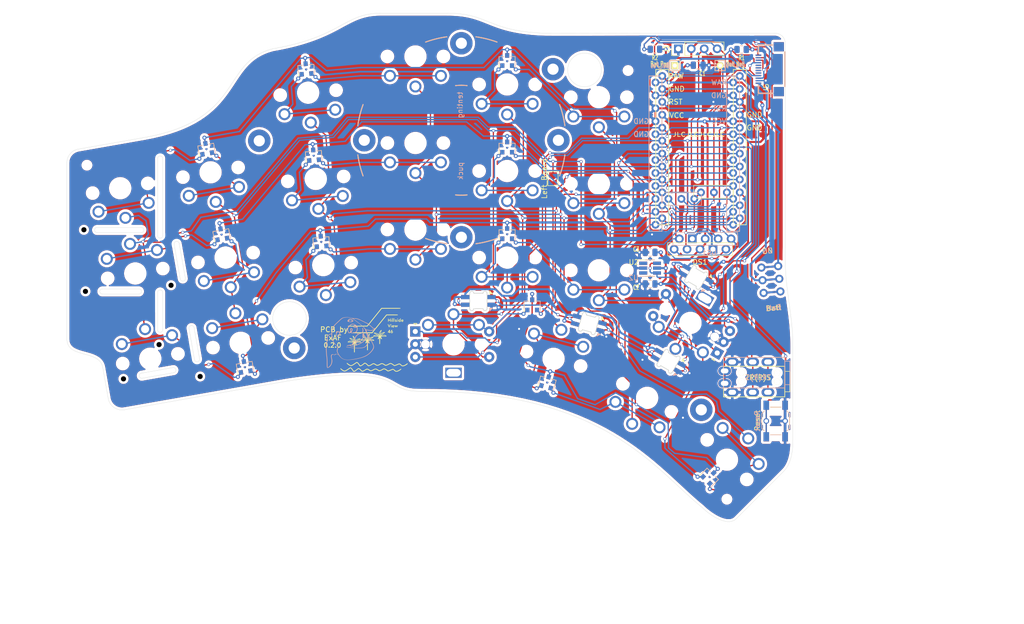
<source format=kicad_pcb>
(kicad_pcb (version 20211014) (generator pcbnew)
  (title_block (title "Hillside View 46 Keyboard") (date "2022-10-13") (rev "0.2.0") (company "ExAF") (comment 1 "SPI headers for the nice!view display and 12 pin connector for an I2C cirque trackpad") (comment 2 "The ring and pinky columns have splays of five and ten degrees.") (comment 3 "Outer pinky column is removable, and one encoder can be in two spots.") (comment 4 "A choc-spaced split keyboard with Ferris column stagger but more thumb and pinky keys.") (comment 9 "wwwwww"))
  (layers (0 "F.Cu" signal) (31 "B.Cu" signal) (34 "B.Paste" user) (35 "F.Paste" user) (36 "B.SilkS" user "B.Silkscreen") (37 "F.SilkS" user "F.Silkscreen") (38 "B.Mask" user) (39 "F.Mask" user) (44 "Edge.Cuts" user))
  (net 0 "")
  (net 1 "row0")
  (net 2 "col0")
  (net 3 "row1")
  (net 4 "row2")
  (net 5 "col1")
  (net 6 "col2")
  (net 7 "col3")
  (net 8 "unconnected-(D4-Pad2)")
  (net 9 "col4")
  (net 10 "col5")
  (net 11 "GND")
  (net 12 "reset")
  (net 13 "VCC")
  (net 14 "data")
  (net 15 "LED")
  (net 16 "Net-(D1-Pad2)")
  (net 17 "Net-(D2-Pad2)")
  (net 18 "Net-(D3-Pad2)")
  (net 19 "unconnected-(J2-PadR2)")
  (net 20 "enc_a")
  (net 21 "enc_b")
  (net 22 "Net-(D7-Pad1)")
  (net 23 "Net-(D7-Pad2)")
  (net 24 "Net-(D8-Pad1)")
  (net 25 "Net-(D8-Pad2)")
  (net 26 "Net-(D9-Pad1)")
  (net 27 "Net-(D9-Pad2)")
  (net 28 "Net-(D13-Pad2)")
  (net 29 "Net-(D13-Pad1)")
  (net 30 "Net-(D11-Pad2)")
  (net 31 "Net-(D11-Pad1)")
  (net 32 "Net-(D14-Pad2)")
  (net 33 "Net-(D14-Pad1)")
  (net 34 "Net-(D10-Pad2)")
  (net 35 "Net-(D10-Pad1)")
  (net 36 "Net-(D12-Pad2)")
  (net 37 "Net-(D12-Pad1)")
  (net 38 "Net-(D15-Pad2)")
  (net 39 "Net-(D15-Pad1)")
  (net 40 "bat+")
  (net 41 "raw")
  (net 42 "VCC_ACC")
  (net 43 "MOSI")
  (net 44 "row3")
  (net 45 "Net-(D19-Pad1)")
  (net 46 "Net-(D20-Pad1)")
  (net 47 "Net-(D20-Pad2)")
  (net 48 "Net-(D21-Pad1)")
  (net 49 "Net-(D21-Pad2)")
  (net 50 "Net-(D19-Pad2)")
  (net 51 "SCLK")
  (net 52 "DISPLAY_CS")
  (net 53 "SDA")
  (net 54 "SCL")
  (net 55 "DR")
  (net 59 "unconnected-(U1-Pad25)")
  (footprint "hillside_basic:SK6812-MINI-E" (layer "F.Cu") (at 176.505514 101.645197 -15)
    (fp_text reference "D3")
    (fp_text value "SK6812-MINI-E" hide)
    (fp_line (start -0.9 -1.5) (end 0.9 -1.5) (layer "Edge.Cuts") (width 0.12))
    (fp_line (start -1.7 1.5) (end -1.7 -1.5) (layer "Edge.Cuts") (width 0.12))
    (fp_line (start 1.7 -1.5) (end 1.7 1.5) (layer "Edge.Cuts") (width 0.12))
    (fp_line (start 0.9 1.5) (end -0.9 1.5) (layer "Edge.Cuts") (width 0.12))
    (fp_arc (start -0.9 1.5) (mid -1.3 1.9) (end -1.7 1.5) (layer "Edge.Cuts") (width 0.12))
    (fp_arc (start 0.9 -1.5) (mid 1.3 -1.9) (end 1.7 -1.5) (layer "Edge.Cuts") (width 0.12))
    (fp_arc (start -1.7 -1.5) (mid -1.3 -1.9) (end -0.9 -1.5) (layer "Edge.Cuts") (width 0.12))
    (fp_arc (start 1.7 1.5) (mid 1.3 1.9) (end 0.9 1.5) (layer "Edge.Cuts") (width 0.12))
  )
  (footprint "hillside_basic:SK6812-MINI-E" (layer "F.Cu") (at 192.158038 109.067944 -30)
    (fp_text reference "D2")
    (fp_text value "SK6812-MINI-E" hide)
    (fp_line (start 1.7 -1.5) (end 1.7 1.5) (layer "Edge.Cuts") (width 0.12))
    (fp_line (start -1.7 1.5) (end -1.7 -1.5) (layer "Edge.Cuts") (width 0.12))
    (fp_line (start -0.9 -1.5) (end 0.9 -1.5) (layer "Edge.Cuts") (width 0.12))
    (fp_line (start 0.9 1.5) (end -0.9 1.5) (layer "Edge.Cuts") (width 0.12))
    (fp_arc (start 1.7 1.5) (mid 1.3 1.9) (end 0.9 1.5) (layer "Edge.Cuts") (width 0.12))
    (fp_arc (start -0.9 1.5) (mid -1.3 1.9) (end -1.7 1.5) (layer "Edge.Cuts") (width 0.12))
    (fp_arc (start 0.9 -1.5) (mid 1.3 -1.9) (end 1.7 -1.5) (layer "Edge.Cuts") (width 0.12))
    (fp_arc (start -1.7 -1.5) (mid -1.3 -1.9) (end -0.9 -1.5) (layer "Edge.Cuts") (width 0.12))
  )
  (footprint "hillside:MJ-4PP-9" (layer "F.Cu") (at 202.970865 113.049066 90)
    (fp_text reference "J2")
    (fp_text value "TRRS" hide)
  )
  (footprint "hillside:NiceNano2_r" (layer "F.Cu") (at 198.490865 67.509072)
    (fp_text reference "U1" hide)
    (fp_text value "NiceNano2_r" hide)
  )
  (footprint "hillside:Tenting_Puck" (layer "F.Cu") (at 151.500866 65.649066)
    (fp_text reference "H1")
    (fp_text value "Mount_Tenting")
  )
  (footprint "hillside_basic:VIA-0.8mm" (layer "F.Cu") (at 188.919924 84.149963)
    (fp_text reference "V2" hide)
    (fp_text value "Via" hide)
  )
  (footprint "hillside_basic:SOT-23" (layer "F.Cu") (at 101.456044 67.265259 100)
    (fp_text reference "D7" hide)
    (fp_text value "BAV70" hide)
  )
  (footprint "hillside_basic:SOT-23" (layer "F.Cu") (at 109.009734 110.10439 100)
    (fp_text reference "D13" hide)
    (fp_text value "BAV70" hide)
  )
  (footprint "hillside:pg1350-R_hotswap" (layer "F.Cu") (at 90.458369 108.552225 10)
    (fp_text reference "K13")
    (fp_text value "SW_Key" hide)
  )
  (footprint "hillside:pg1350-R_hotswap" (layer "F.Cu") (at 108.184906 105.426554 10)
    (fp_text reference "K14")
    (fp_text value "SW_Key" hide)
  )
  (footprint "hillside_basic:SOT-23" (layer "F.Cu") (at 121.030955 51.619141 95)
    (fp_text reference "D8" hide)
    (fp_text value "BAV70" hide)
  )
  (footprint "hillside_basic:SOT-23" (layer "F.Cu") (at 104.416744 84.056225 100)
    (fp_text reference "D10" hide)
    (fp_text value "BAV70" hide)
  )
  (footprint "hillside:pg1350-R_hotswap" (layer "F.Cu") (at 84.554335 75.068756 -170)
    (fp_text reference "K1")
    (fp_text value "SW_Key" hide)
  )
  (footprint "hillside:pg1350-R_hotswap" (layer "F.Cu") (at 121.440591 56.301255 -175)
    (fp_text reference "K3")
    (fp_text value "SW_Key" hide)
  )
  (footprint "hillside:pg1350-R_hotswap" (layer "F.Cu") (at 142.490869 49.189062 180)
    (fp_text reference "K4")
    (fp_text value "SW_Key" hide)
  )
  (footprint "hillside:pg1350-R_hotswap" (layer "F.Cu") (at 105.23289 88.684826 -170)
    (fp_text reference "K8")
    (fp_text value "SW_Key" hide)
  )
  (footprint "hillside_basic:SOT-23" (layer "F.Cu") (at 122.512608 68.554446 95)
    (fp_text reference "D11" hide)
    (fp_text value "BAV70" hide)
  )
  (footprint "hillside:pg1350-R_hotswap" (layer "F.Cu") (at 122.922241 73.23656 -175)
    (fp_text reference "K9")
    (fp_text value "SW_Key" hide)
  )
  (footprint "hillside:pg1350-R_hotswap" (layer "F.Cu") (at 142.490862 66.189064 180)
    (fp_text reference "K10")
    (fp_text value "SW_Key" hide)
  )
  (footprint "hillside:pg1350-R_hotswap" (layer "F.Cu") (at 124.403881 90.171867 -175)
    (fp_text reference "K15")
    (fp_text value "SW_Key" hide)
  )
  (footprint "hillside:pg1350-R_hotswap" (layer "F.Cu") (at 142.490864 83.189063 180)
    (fp_text reference "K16")
    (fp_text value "SW_Key" hide)
  )
  (footprint "hillside_basic:SOT-23" (layer "F.Cu") (at 123.994258 85.489754 95)
    (fp_text reference "D14" hide)
    (fp_text value "BAV70" hide)
  )
  (footprint "hillside_basic:SOT-23" (layer "F.Cu") (at 160.490867 49.989062 90)
    (fp_text reference "D9" hide)
    (fp_text value "BAV70" hide)
  )
  (footprint "hillside_basic:SOT-23" (layer "F.Cu") (at 160.490867 66.98906 90)
    (fp_text reference "D12" hide)
    (fp_text value "BAV70" hide)
  )
  (footprint "hillside_basic:SOT-23" (layer "F.Cu") (at 160.490868 83.98906 90)
    (fp_text reference "D15" hide)
    (fp_text value "BAV70" hide)
  )
  (footprint "hillside:pg1350-R_hotswap" (layer "F.Cu") (at 160.490866 54.689071 180)
    (fp_text reference "K5")
    (fp_text value "SW_Key" hide)
  )
  (footprint "hillside:pg1350-R_hotswap" (layer "F.Cu") (at 178.49087 57.189063 180)
    (fp_text reference "K6")
    (fp_text value "SW_Key" hide)
  )
  (footprint "hillside:pg1350-R_hotswap" (layer "F.Cu") (at 160.490858 71.689068 180)
    (fp_text reference "K11")
    (fp_text value "SW_Key" hide)
  )
  (footprint "hillside:pg1350-R_hotswap" (layer "F.Cu") (at 178.490862 74.189064 180)
    (fp_text reference "K12")
    (fp_text value "SW_Key" hide)
  )
  (footprint "hillside:pg1350-R_hotswap" (layer "F.Cu") (at 160.490865 88.689063 180)
    (fp_text reference "K17")
    (fp_text value "SW_Key" hide)
  )
  (footprint "hillside:pg1350-R_hotswap" (layer "F.Cu") (at 178.490866 91.189061 180)
    (fp_text reference "K18")
    (fp_text value "SW_Key" hide)
  )
  (footprint "hillside:pg1350-DR_rotary_hotswap" (layer "F.Cu") (at 149.964739 110.211586)
    (fp_text reference "K20" hide)
    (fp_text value "SW_Rotary")
  )
  (footprint "hillside:pg1350-R_hotswap" (layer "F.Cu") (at 102.280872 71.943094 -170)
    (fp_text reference "K2")
    (fp_text value "SW_Key" hide)
  )
  (footprint "hillside_basic:SOT-23" (layer "F.Cu") (at 168.384424 113.115583 75)
    (fp_text reference "D20" hide)
    (fp_text value "BAV70" hide)
  )
  (footprint "hillside:pg1350-R_hotswap" (layer "F.Cu") (at 187.969147 116.238983 150)
    (fp_text reference "K22")
    (fp_text value "SW_Key" hide)
  )
  (footprint "hillside_basic:SOT-23" (layer "F.Cu") (at 200.307811 131.703716 45)
    (fp_text reference "D21" hide)
    (fp_text value "BAV70" hide)
  )
  (footprint "hillside_basic:SOT-23" (layer "F.Cu") (at 165.400864 97.98907 90)
    (fp_text reference "D19" hide)
    (fp_text value "BAV70" hide)
  )
  (footprint "hillside:pg1350-DR_rotary_hotswap" (layer "F.Cu") (at 198.719145 97.619438 150)
    (fp_text reference "K19" hide)
    (fp_text value "SW_Rotary")
  )
  (footprint "hillside:pg1350-R_hotswap" (layer "F.Cu") (at 203.631215 128.380308 -45)
    (fp_text reference "K23")
    (fp_text value "SW_Key" hide)
  )
  (footprint "hillside_basic:SK6812-MINI-E" (layer "F.Cu") (at 154.848202 97.204987)
    (fp_text reference "D4")
    (fp_text value "SK6812-MINI-E" hide)
    (fp_line (start -1.7 1.5) (end -1.7 -1.5) (layer "Edge.Cuts") (width 0.12))
    (fp_line (start 1.7 -1.5) (end 1.7 1.5) (layer "Edge.Cuts") (width 0.12))
    (fp_line (start -0.9 -1.5) (end 0.9 -1.5) (layer "Edge.Cuts") (width 0.12))
    (fp_line (start 0.9 1.5) (end -0.9 1.5) (layer "Edge.Cuts") (width 0.12))
    (fp_arc (start 1.7 1.5) (mid 1.3 1.9) (end 0.9 1.5) (layer "Edge.Cuts") (width 0.12))
    (fp_arc (start -1.7 -1.5) (mid -1.3 -1.9) (end -0.9 -1.5) (layer "Edge.Cuts") (width 0.12))
    (fp_arc (start 0.9 -1.5) (mid 1.3 -1.9) (end 1.7 -1.5) (layer "Edge.Cuts") (width 0.12))
    (fp_arc (start -0.9 1.5) (mid -1.3 1.9) (end -1.7 1.5) (layer "Edge.Cuts") (width 0.12))
  )
  (footprint "hillside_basic:SK6812-MINI-E" (layer "F.Cu") (at 197.592319 92.581458 -30)
    (fp_text reference "D1")
    (fp_text value "SK6812-MINI-E" hide)
    (fp_line (start 1.7 -1.5) (end 1.7 1.5) (layer "Edge.Cuts") (width 0.12))
    (fp_line (start -1.7 1.5) (end -1.7 -1.5) (layer "Edge.Cuts") (width 0.12))
    (fp_line (start -0.9 -1.5) (end 0.9 -1.5) (layer "Edge.Cuts") (width 0.12))
    (fp_line (start 0.9 1.5) (end -0.9 1.5) (layer "Edge.Cuts") (width 0.12))
    (fp_arc (start -0.9 1.5) (mid -1.3 1.9) (end -1.7 1.5) (layer "Edge.Cuts") (width 0.12))
    (fp_arc (start 1.7 1.5) (mid 1.3 1.9) (end 0.9 1.5) (layer "Edge.Cuts") (width 0.12))
    (fp_arc (start -1.7 -1.5) (mid -1.3 -1.9) (end -0.9 -1.5) (layer "Edge.Cuts") (width 0.12))
    (fp_arc (start 0.9 -1.5) (mid 1.3 -1.9) (end 1.7 -1.5) (layer "Edge.Cuts") (width 0.12))
  )
  (footprint "hillside_basic:1pin_conn" (layer "F.Cu") (at 202.290867 50.979059)
    (fp_text reference "J4")
    (fp_text value "Bat_Neg")
  )
  (footprint "Jumper:SolderJumper-2_P1.3mm_Bridged_RoundedPad1.0x1.5mm" (layer "F.Cu") (at 210.720868 63.969062 -90)
    (fp_text reference "JP1")
    (fp_text value "VccJumper")
  )
  (footprint "hillside_basic:VIA-0.8mm" (layer "F.Cu") (at 187.048201 108.763922 95)
    (fp_text reference "V3" hide)
    (fp_text value "Via" hide)
  )
  (footprint "hillside_basic:VIA-0.8mm" (layer "F.Cu") (at 194.990862 120.139065)
    (fp_text reference "V4" hide)
    (fp_text value "Via" hide)
  )
  (footprint "hillside_basic:VIA-0.8mm" (layer "F.Cu") (at 162.830863 102.699065)
    (fp_text reference "V5" hide)
    (fp_text value "Via" hide)
  )
  (footprint "hillside_basic:C_0805_2012Metric" (layer "F.Cu") (at 197.99087 50.909069)
    (fp_text reference "C1")
    (fp_text value "4u7")
  )
  (footprint "hillside_basic:SW_SPST_SKQG_WithStem" (layer "F.Cu") (at 213.190866 120.78906 90)
    (fp_text reference "SW1")
    (fp_text value "SKQGAFE010")
  )
  (footprint "hillside:pg1350-R_hotswap" (layer "F.Cu") (at 87.506351 91.810495 10)
    (fp_text reference "K7")
    (fp_text value "SW_Key" hide)
  )
  (footprint "hillside_basic:SW_SPDT_JS202011AQN" (layer "F.Cu") (at 212.25 93 -85)
    (fp_text reference "SW2")
    (fp_text value "SW_Power" hide)
  )
  (footprint "hillside:Hillside_Logo" (layer "F.Cu") (at 134.294229 105.12028)
    (fp_text reference "H3")
    (fp_text value "Logo")
  )
  (footprint "hillside:MountingHole_2.2mm_with_PCB_insert_rings" (layer "F.Cu") (at 111.842403 65.751727)
    (fp_text reference "H4" hide)
    (fp_text value "MountHole" hide)
  )
  (footprint "hillside:MountingHole_2.2mm_with_PCB_insert_rings" (layer "F.Cu") (at 118.703427 106.452211)
    (fp_text reference "H5" hide)
    (fp_text value "MountHole" hide)
  )
  (footprint "hillside:MountingHole_2.2mm_with_PCB_insert_rings" (layer "F.Cu") (at 198.590866 118.589073)
    (fp_text reference "H6" hide)
    (fp_text value "MountHole" hide)
  )
  (footprint "hillside:MountingHole_2.2mm_with_PCB_insert_rings" (layer "F.Cu") (at 169.490866 51.689062)
    (fp_text reference "H7" hide)
    (fp_text value "MountHole" hide)
  )
  (footprint "hillside_basic:1pin_conn" (layer "F.Cu") (at 193.390863 50.979064)
    (fp_text reference "J3")
    (fp_text value "Bat_Pos")
  )
  (footprint "hillside:Bumpon" (layer "F.Cu") (at 78.43747 71.076797 10)
    (fp_text reference "H10" hide)
    (fp_text value "Bumpon")
  )
  (footprint "hillside_basic:R_0805_2012Metric" (layer "F.Cu") (at 206.511983 47.815454 180)
    (fp_text reference "R1")
    (fp_text value "4.7k")
  )
  (footprint "hillside_basic:HoleBreakoff_1mm" (layer "F.Cu") (at 100.240802 112.04565)
    (fp_text reference "H30" hide)
    (fp_text value "Breakoff Hole")
  )
  (footprint "hillside_basic:HoleBreakoff_1mm" (layer "F.Cu") (at 85.193823 112.515671)
    (fp_text reference "H28" hide)
    (fp_text value "Breakoff Hole")
  )
  (footprint "hillside_basic:ToolingHole_1.152mm" (layer "F.Cu") (at 78.023818 70.545961)
    (fp_text reference "H24" hide)
    (fp_text value "ToolingHole")
  )
  (footprint "hillside_basic:HoleBreakoff_1mm" (layer "F.Cu") (at 92.177848 105.782514)
    (fp_text reference "H29" hide)
    (fp_text value "Breakoff Hole")
  )
  (footprint "hillside:Bumpon" (layer "F.Cu") (at 133.400866 45.361877)
    (fp_text reference "H14" hide)
    (fp_text value "Bumpon")
  )
  (footprint "hillside:Bumpon" (layer "F.Cu") (at 165.038132 112.395566)
    (fp_text reference "H8" hide)
    (fp_text value "Bumpon")
  )
  (footprint "hillside:Bumpon" (layer "F.Cu") (at 202.719922 134.449958)
    (fp_text reference "H16" hide)
    (fp_text value "Bumpon")
  )
  (footprint "hillside:Bumpon" (layer "F.Cu") (at 199.350867 55.811875)
    (fp_text reference "H21" hide)
    (fp_text value "Bumpon")
  )
  (footprint "Jumper:SolderJumper-2_P1.3mm_Open_TrianglePad1.0x1.5mm" (layer "F.Cu") (at 169.490867 73.164069 -90)
    (fp_text reference "JP2")
    (fp_text value "Left_Board")
  )
  (footprint "hillside:Bumpon" (layer "F.Cu") (at 199.250867 81.311875)
    (fp_text reference "H22" hide)
    (fp_text value "Bumpon")
  )
  (footprint "hillside:Bumpon" (layer "F.Cu") (at 100.170004 111.343814 10)
    (fp_text reference "H2" hide)
    (fp_text value "Bumpon")
  )
  (footprint "hillside:Bumpon" (layer "F.Cu") (at 212.219924 120.549958)
    (fp_text reference "H18" hide)
    (fp_text value "Bumpon")
  )
  (footprint "hillside_basic:C_0805_2012Metric" (layer "F.Cu") (at 188.548202 87.663926)
    (fp_text reference "C3")
    (fp_text value "4u7")
  )
  (footprint "hillside:NiceView" (layer "F.Cu") (at 198.344829 87.043153)
    (fp_text reference "DS1")
    (fp_text value "Display")
  )
  (footprint "hillside:Bumpon" (layer "F.Cu") (at 78.492077 103.480231 10)
    (fp_text reference "H13" hide)
    (fp_text value "Bumpon")
  )
  (footprint "hillside_basic:C_0805_2012Metric" (layer "F.Cu") (at 188.548201 93.863923)
    (fp_text reference "C2")
    (fp_text value "4u7")
  )
  (footprint "hillside_basic:R_0805_2012Metric" (layer "F.Cu") (at 189.495088 47.774618 180)
    (fp_text reference "R2")
    (fp_text value "4.7k")
  )
  (footprint "hillside_basic:HoleBreakoff_1mm" (layer "F.Cu") (at 77.727848 95.332514)
    (fp_text reference "H27" hide)
    (fp_text value "Breakoff Hole")
  )
  (footprint "hillside_basic:HoleBreakoff_1mm" (layer "F.Cu") (at 94.527847 94.132514)
    (fp_text reference "H31" hide)
    (fp_text value "Breakoff Hole")
  )
  (footprint "hillside_basic:ToolingHole_1.152mm" (layer "F.Cu") (at 203.619919 136.149962)
    (fp_text reference "H25" hide)
    (fp_text value "ToolingHole")
  )
  (footprint "XF2M-1215-1A:FPC-SMD_12P-P0.50_XF2M-1215-1A" (layer "F.Cu") (at 212.406792 51.686689 90)
    (fp_text reference "J5")
    (fp_text value "XF2M-1215-1A")
  )
  (footprint "hillside_basic:ToolingHole_1.152mm" (layer "F.Cu") (at 184.219923 51.949958)
    (fp_text reference "H23" hide)
    (fp_text value "ToolingHole")
  )
  (footprint "hillside:Bumpon" (layer "F.Cu") (at 194.519923 126.049958)
    (fp_text reference "H19" hide)
    (fp_text value "Bumpon")
  )
  (footprint "hillside:Bumpon" (layer "F.Cu") (at 130.119924 106.849963 10)
    (fp_text reference "H11" hide)
    (fp_text value "Bumpon")
  )
  (footprint "hillside:Bumpon" (layer "F.Cu") (at 176.750867 51.061876)
    (fp_text reference "H17" hide)
    (fp_text value "Bumpon")
  )
  (footprint "hillside:Bumpon" (layer "F.Cu") (at 87.719922 113.849958 10)
    (fp_text reference "H12" hide)
    (fp_text value "Bumpon")
  )
  (footprint "hillside_basic:HoleBreakoff_1mm" (layer "F.Cu") (at 77.427848 83.232515)
    (fp_text reference "H26" hide)
    (fp_text value "Breakoff Hole")
  )
  (footprint "hillside:pg1350-R_hotswap" (layer "F.Cu") (at 169.600864 108.575724 -15)
    (fp_text reference "K21")
    (fp_text value "SW_Key" hide)
  )
  (footprint "hillside:Bumpon" (layer "F.Cu") (at 117.394919 51.699963 10)
    (fp_text reference "H9" hide)
    (fp_text value "Bumpon")
  )
  (footprint "hillside:Bumpon" (layer "F.Cu") (at 92.819923 68.749958 10)
    (fp_text reference "H15" hide)
    (fp_text value "Bumpon")
  )
  (footprint "hillside_basic:SOT-23-6_Handsoldering_threenumbered" (layer "F.Cu") (at 188.548197 90.763924)
    (fp_text reference "U2")
    (fp_text value "SRV05-4")
  )
  (footprint "hillside_basic:VIA-0.8mm" (layer "F.Cu") (at 188.419924 96.149961)
    (fp_text reference "V1" hide)
    (fp_text value "Via" hide)
  )
  (footprint "Connector_PinHeader_2.54mm:PinHeader_1x04_P2.54mm_Vertical" (layer "F.Cu") (at 194.086613 47.68209 90)
    (fp_text reference "J1")
    (fp_text value "I2C")
  )
  (footprint "hillside:Bumpon" (layer "F.Cu") (at 151.750867 45.361877)
    (fp_text reference "H20" hide)
    (fp_text value "Bumpon")
  )
  (footprint "wowee:wowee" (layer "B.Cu") (at 130.371275 110.189618 180)
    (fp_text reference "G1" hide)
    (fp_text value "LOGO" hide)
  )
  (gr_line (start 148.619924 40.689064) (end 135.500862 40.689072) (layer "Edge.Cuts") (width 0.05))
  (gr_line (start 214.717343 130.722925) (end 205.436102 140.007053) (layer "Edge.Cuts") (width 0.05))
  (gr_line (start 74.075818 70.062418) (end 74.075817 104.782514) (layer "Edge.Cuts") (width 0.05))
  (gr_arc (start 213.038318 44.611424) (mid 214.476339 45.18403) (end 215.075208 46.611311) (layer "Edge.Cuts") (width 0.05))
  (gr_line (start 216.566189 124.479813) (end 216.566192 106.156053) (layer "Edge.Cuts") (width 0.05))
  (gr_arc (start 95.14042 86.095612) (mid 95.546004 85.51671) (end 96.125223 85.921965) (layer "Edge.Cuts") (width 0.05))
  (gr_line (start 96.125223 85.921965) (end 97.323323 92.717201) (layer "Edge.Cuts") (width 0.05))
  (gr_line (start 91.896901 84.382724) (end 91.896897 69.230652) (layer "Edge.Cuts") (width 0.05))
  (gr_curve (pts (xy 168.057356 44.629188) (xy 156.494923 44.249959) (xy 157.019922 40.649958) (xy 148.619924 40.689064)) (layer "Edge.Cuts") (width 0.05))
  (gr_line (start 88.696903 83.770597) (end 80.023783 83.770606) (layer "Edge.Cuts") (width 0.05))
  (gr_arc (start 88.876737 112.383877) (mid 88.297665 111.978305) (end 88.703089 111.399071) (layer "Edge.Cuts") (width 0.05))
  (gr_arc (start 85.373766 118.587613) (mid 83.318905 118.132064) (end 82.188018 116.356923) (layer "Edge.Cuts") (width 0.05))
  (gr_curve (pts (xy 114.469924 47.674959) (xy 104.194923 50.324958) (xy 108.969922 61.649958) (xy 89.144924 65.124958)) (layer "Edge.Cuts") (width 0.05))
  (gr_line (start 92.896907 69.230649) (end 92.896905 84.382724) (layer "Edge.Cuts") (width 0.05))
  (gr_curve (pts (xy 214.717343 130.722925) (xy 216.410866 129.099069) (xy 216.560866 126.329067) (xy 216.566189 124.479813)) (layer "Edge.Cuts") (width 0.05))
  (gr_line (start 89.144924 65.124958) (end 76.344059 67.377604) (layer "Edge.Cuts") (width 0.05))
  (gr_arc (start 81.054964 95.84123) (mid 80.554829 95.341261) (end 81.054967 94.841239) (layer "Edge.Cuts") (width 0.05))
  (gr_curve (pts (xy 193.096016 44.611424) (xy 186.010205 44.5772) (xy 176.492514 44.669381) (xy 168.057356 44.629188)) (layer "Edge.Cuts") (width 0.05))
  (gr_curve (pts (xy 198.755864 137.769068) (xy 189.423464 130.266561) (xy 179.57779 114.740366) (xy 143.303816 114.965963)) (layer "Edge.Cuts") (width 0.05))
  (gr_arc (start 91.896897 69.230652) (mid 92.396917 68.73074) (end 92.896907 69.230649) (layer "Edge.Cuts") (width 0.05))
  (gr_arc (start 88.22388 94.841237) (mid 88.723844 95.341259) (end 88.223886 95.841236) (layer "Edge.Cuts") (width 0.05))
  (gr_line (start 117.321837 112.954302) (end 85.373766 118.587613) (layer "Edge.Cuts") (width 0.05))
  (gr_line (start 99.136816 108.736999) (end 98.059862 102.628818) (layer "Edge.Cuts") (width 0.05))
  (gr_line (start 91.89691 102.870604) (end 91.896867 95.541239) (layer "Edge.Cuts") (width 0.05))
  (gr_line (start 82.188018 116.356923) (end 81.109409 110.187348) (layer "Edge.Cuts") (width 0.05))
  (gr_line (start 95.073886 111.291236) (end 88.876737 112.383877) (layer "Edge.Cuts") (width 0.05))
  (gr_arc (start 80.023783 83.770606) (mid 79.523774 83.270562) (end 80.023783 82.770602) (layer "Edge.Cuts") (width 0.05))
  (gr_arc (start 98.059862 102.628818) (mid 98.46549 102.049735) (end 99.044669 102.455168) (layer "Edge.Cuts") (width 0.05))
  (gr_line (start 215.075208 46.611311) (end 215.075208 86.614) (layer "Edge.Cuts") (width 0.05))
  (gr_arc (start 100.121624 108.563354) (mid 99.716076 109.142665) (end 99.136816 108.736999) (layer "Edge.Cuts") (width 0.05))
  (gr_arc (start 88.6969 82.770605) (mid 89.196876 83.27056) (end 88.696903 83.770597) (layer "Edge.Cuts") (width 0.05))
  (gr_line (start 80.023783 82.770602) (end 88.6969 82.770605) (layer "Edge.Cuts") (width 0.05))
  (gr_curve (pts (xy 143.303816 114.965963) (xy 135.633818 114.975962) (xy 141.01382 109.365959) (xy 117.321837 112.954302)) (layer "Edge.Cuts") (width 0.05))
  (gr_curve (pts (xy 216.566192 106.156053) (xy 216.566187 99.06) (xy 214.79735 94.838218) (xy 215.075208 86.614)) (layer "Edge.Cuts") (width 0.05))
  (gr_line (start 99.044669 102.455168) (end 100.121624 108.563354) (layer "Edge.Cuts") (width 0.05))
  (gr_line (start 88.703089 111.399071) (end 94.900241 110.306432) (layer "Edge.Cuts") (width 0.05))
  (gr_arc (start 92.896901 102.8706) (mid 92.396921 103.370643) (end 91.89691 102.870604) (layer "Edge.Cuts") (width 0.05))
  (gr_line (start 81.054967 94.841239) (end 88.22388 94.841237) (layer "Edge.Cuts") (width 0.05))
  (gr_line (start 96.338517 92.890845) (end 95.14042 86.095612) (layer "Edge.Cuts") (width 0.05))
  (gr_arc (start 74.075818 70.062418) (mid 74.721359 68.30724) (end 76.344059 67.377604) (layer "Edge.Cuts") (width 0.05))
  (gr_line (start 92.896872 95.541239) (end 92.896901 102.8706) (layer "Edge.Cuts") (width 0.05))
  (gr_line (start 88.223886 95.841236) (end 81.054964 95.84123) (layer "Edge.Cuts") (width 0.05))
  (gr_curve (pts (xy 135.500862 40.689072) (xy 128.44492 40.774961) (xy 127.994924 45.349961) (xy 114.469924 47.674959)) (layer "Edge.Cuts") (width 0.05))
  (gr_circle (center 117.787912 100.652347) (end 121.039741 100.078958) (layer "Edge.Cuts") (width 0.05) (fill none))
  (gr_arc (start 91.896867 95.541239) (mid 92.39687 95.041208) (end 92.896872 95.541239) (layer "Edge.Cuts") (width 0.05))
  (gr_line (start 213.038318 44.611424) (end 193.096016 44.611424) (layer "Edge.Cuts") (width 0.05))
  (gr_arc (start 94.900241 110.306432) (mid 95.479578 110.711947) (end 95.073886 111.291236) (layer "Edge.Cuts") (width 0.05))
  (gr_arc (start 92.896905 84.382724) (mid 92.396903 84.882515) (end 91.896901 84.382724) (layer "Edge.Cuts") (width 0.05))
  (gr_curve (pts (xy 81.109409 110.187348) (xy 80.391166 106.74128) (xy 74.227848 108.582514) (xy 74.075817 104.782514)) (layer "Edge.Cuts") (width 0.05))
  (gr_arc (start 97.323323 92.717201) (mid 96.917745 93.296589) (end 96.338517 92.890845) (layer "Edge.Cuts") (width 0.05))
  (gr_circle (center 175.675854 51.832515) (end 178.927683 51.259126) (layer "Edge.Cuts") (width 0.05) (fill none))
  (gr_curve (pts (xy 205.436102 140.007053) (xy 203.710859 141.669066) (xy 200.180865 139.209064) (xy 198.755864 137.769068)) (layer "Edge.Cuts") (width 0.05))
  (gr_text "0.2.0" (at 124.383805 105.909852) (layer "F.SilkS") (effects (font (size 0.9 0.9) (thickness 0.153)) (justify left)))
  (gr_text "PCB by\n ExAF" (at 123.698 103.632) (layer "F.SilkS") (effects (font (size 1 1) (thickness 0.153)) (justify left)))
  (gr_text "JLCJLCJLCJLC" (at 198.12 64.516) (layer "F.SilkS") (effects (font (size 0.81 1))))
  (segment (start 181.994385 68.605997) (end 187.652 74.263612) (width 0.254) (layer "F.Cu") (net 1))
  (segment (start 181.647994 59.890874) (end 181.97799 60.220873) (width 0.254) (layer "F.Cu") (net 1))
  (segment (start 192.786 82.424389) (end 191.880317 83.330072) (width 0.254) (layer "F.Cu") (net 1))
  (segment (start 187.652 74.749) (end 189.600865 76.697865) (width 0.254) (layer "F.Cu") (net 1))
  (segment (start 205.196512 83.566) (end 203.880265 83.566) (width 0.254) (layer "F.Cu") (net 1))
  (segment (start 207.236265 76.980072) (end 207.236265 81.526247) (width 0.254) (layer "F.Cu") (net 1))
  (segment (start 191.880317 83.330072) (end 188.994072 83.330072) (width 0.254) (layer "F.Cu") (net 1))
  (segment (start 188.511865 78.250072) (end 189.146877 77.61506) (width 0.254) (layer "F.Cu") (net 1))
  (segment (start 187.652 74.263612) (end 187.652 74.749) (width 0.254) (layer "F.Cu") (net 1))
  (segment (start 181.97799 60.220873) (end 181.977993 65.934825) (width 0.254) (layer "F.Cu") (net 1))
  (segment (start 207.236265 81.526247) (end 205.196512 83.566) (width 0.254) (layer "F.Cu") (net 1))
  (segment (start 192.786 79.756) (end 192.786 82.424389) (width 0.254) (layer "F.Cu") (net 1))
  (segment (start 202.946 82.631735) (end 202.946 80.264) (width 0.254) (layer "F.Cu") (net 1))
  (segment (start 188.511865 82.847865) (end 188.511865 78.250072) (width 0.254) (layer "F.Cu") (net 1))
  (segment (start 189.146877 77.61506) (end 189.600867 77.615058) (width 0.254) (layer "F.Cu") (net 1))
  (segment (start 181.977993 65.934825) (end 181.994385 65.951206) (width 0.254) (layer "F.Cu") (net 1))
  (segment (start 203.880265 83.566) (end 202.946 82.631735) (width 0.254) (layer "F.Cu") (net 1))
  (segment (start 181.994385 65.951206) (end 181.994385 68.605997) (width 0.254) (layer "F.Cu") (net 1))
  (segment (start 206.147265 75.891072) (end 207.236265 76.980072) (width 0.254) (layer "F.Cu") (net 1))
  (segment (start 188.994072 83.330072) (end 188.511865 82.847865) (width 0.254) (layer "F.Cu") (net 1))
  (via (at 181.647994 59.890874) (size 0.6) (drill 0.4) (layers "F.Cu" "B.Cu") (net 1))
  (via (at 202.946 80.264) (size 0.6) (drill 0.4) (layers "F.Cu" "B.Cu") (net 1))
  (via (at 192.786 79.756) (size 0.6) (drill 0.4) (layers "F.Cu" "B.Cu") (net 1))
  (segment (start 107.936485 63.922813) (end 107.923219 63.941747) (width 0.254) (layer "B.Cu") (net 1))
  (segment (start 192.894245 79.756) (end 192.786 79.756) (width 0.254) (layer "B.Cu") (net 1))
  (segment (start 181.647994 59.890874) (end 181.244668 59.487553) (width 0.254) (layer "B.Cu") (net 1))
  (segment (start 120.843575 49.477319) (end 119.995424 49.551521) (width 0.254) (layer "B.Cu") (net 1))
  (segment (start 155.931072 51.370876) (end 131.689615 51.370877) (width 0.254) (layer "B.Cu") (net 1))
  (segment (start 159.462882 47.839066) (end 155.931072 51.370876) (width 0.254) (layer "B.Cu") (net 1))
  (segment (start 193.775245 80.637) (end 192.894245 79.756) (width 0.254) (layer "B.Cu") (net 1))
  (segment (start 131.689615 51.370877) (end 125.003553 51.955834) (width 0.254) (layer "B.Cu") (net 1))
  (segment (start 181.244668 59.487553) (end 173.509354 59.487552) (width 0.254) (layer "B.Cu") (net 1))
  (segment (start 107.923219 63.941747) (end 101.082702 65.147914) (width 0.254) (layer "B.Cu") (net 1))
  (segment (start 121.935889 49.381757) (end 120.843575 49.477319) (width 0.254) (layer "B.Cu") (net 1))
  (segment (start 161.860863 47.839064) (end 159.462882 47.839066) (width 0.254) (layer "B.Cu") (net 1))
  (segment (start 173.509354 59.487552) (end 161.860863 47.839064) (width 0.254) (layer "B.Cu") (net 1))
  (segment (start 202.573 80.637) (end 193.775245 80.637) (width 0.254) (layer "B.Cu") (net 1))
  (segment (start 119.995424 49.551521) (end 107.936485 63.922813) (width 0.254) (layer "B.Cu") (net 1))
  (segment (start 202.946 80.264) (end 202.573 80.637) (width 0.254) (layer "B.Cu") (net 1))
  (segment (start 125.003553 51.955834) (end 121.935889 49.381757) (width 0.254) (layer "B.Cu") (net 1))
  (segment (start 92.788912 85.682515) (end 91.066558 85.682514) (width 0.254) (layer "F.Cu") (net 2))
  (segment (start 175.006 69.85) (end 175.006 86.106) (width 0.254) (layer "F.Cu") (net 2))
  (segment (start 198.490865 75.891072) (end 197.220865 77.161072) (width 0.254) (layer "F.Cu") (net 2))
  (segment (start 91.249426 98.205286) (end 89.160068 101.189193) (width 0.254) (layer "F.Cu") (net 2))
  (segment (start 96.815576 83.739765) (end 94.285549 84.185877) (width 0.254) (layer "F.Cu") (net 2))
  (segment (start 169.491051 69.808296) (end 169.490864 69.808485) (width 0.254) (layer "F.Cu") (net 2))
  (segment (start 89.160068 101.189193) (end 89.433847 102.741856) (width 0.254) (layer "F.Cu") (net 2))
  (segment (start 89.018459 85.552847) (end 91.249426 98.205286) (width 0.254) (layer "F.Cu") (net 2))
  (segment (start 169.490864 69.808485) (end 169.490869 72.439066) (width 0.254) (layer "F.Cu") (net 2))
  (segment (start 94.285549 84.185877) (end 92.788912 85.682515) (width 0.254) (layer "F.Cu") (net 2))
  (segment (start 196.85 83.058) (end 197.220865 82.687135) (width 0.254) (layer "F.Cu") (net 2))
  (segment (start 197.220865 82.687135) (end 197.220865 77.161072) (width 0.254) (layer "F.Cu") (net 2))
  (segment (start 91.066558 85.682514) (end 90.649325 85.265281) (width 0.254) (layer "F.Cu") (net 2))
  (segment (start 90.649325 85.265281) (end 89.018459 85.552847) (width 0.254) (layer "F.Cu") (net 2))
  (segment (start 197.205882 77.818107) (end 197.541891 77.482098) (width 0.254) (layer "F.Cu") (net 2))
  (via (at 175.006 69.85) (size 0.6) (drill 0.4) (layers "F.Cu" "B.Cu") (net 2))
  (via (at 169.491051 69.808296) (size 0.6) (drill 0.4) (layers "F.Cu" "B.Cu") (net 2))
  (via (at 175.006 86.106) (size 0.6) (drill 0.4) (layers "F.Cu" "B.Cu") (net 2))
  (via (at 89.018459 85.552847) (size 0.6) (drill 0.4) (layers "F.Cu" "B.Cu") (net 2))
  (via (at 196.85 83.058) (size 0.6) (drill 0.4) (layers "F.Cu" "B.Cu") (net 2))
  (via (at 96.815576 83.739765) (size 0.6) (drill 0.4) (layers "F.Cu" "B.Cu") (net 2))
  (segment (start 90.067693 84.054387) (end 89.606027 81.436153) (width 0.254) (layer "B.Cu") (net 2))
  (segment (start 194.302948 83.058) (end 196.85 83.058) (width 0.254) (layer "B.Cu") (net 2))
  (segment (start 98.520221 83.43919) (end 100.384965 80.776061) (width 0.254) (layer "B.Cu") (net 2))
  (segment (start 129.499961 61.114418) (end 129.517417 61.129067) (width 0.254) (layer "B.Cu") (net 2))
  (segment (start 100.384965 80.776061) (end 107.467577 79.527204) (width 0.254) (layer "B.Cu") (net 2))
  (segment (start 129.517417 61.129067) (end 154.800868 61.12907) (width 0.254) (layer "B.Cu") (net 2))
  (segment (start 169.491051 69.808296) (end 174.964296 69.808296) (width 0.254) (layer "B.Cu") (net 2))
  (segment (start 107.467577 79.527204) (end 113.702121 72.097165) (width 0.254) (layer "B.Cu") (net 2))
  (segment (start 89.606027 81.436153) (end 88.160414 80.423923) (width 0.254) (layer "B.Cu") (net 2))
  (segment (start 86.481826 86.000127) (end 89.018459 85.552847) (width 0.254) (layer "B.Cu") (net 2))
  (segment (start 154.800868 61.12907) (end 156.722681 63.050875) (width 0.254) (layer "B.Cu") (net 2))
  (segment (start 156.722681 63.050875) (end 162.017136 63.050877) (width 0.254) (layer "B.Cu") (net 2))
  (segment (start 129.125685 61.147161) (end 129.499961 61.114418) (width 0.254) (layer "B.Cu") (net 2))
  (segment (start 126.196096 64.638508) (end 129.125685 61.147161) (width 0.254) (layer "B.Cu") (net 2))
  (segment (start 191.254948 86.106) (end 194.302948 83.058) (width 0.254) (layer "B.Cu") (net 2))
  (segment (start 174.964296 69.808296) (end 175.006 69.85) (width 0.254) (layer "B.Cu") (net 2))
  (segment (start 168.77456 69.808296) (end 169.491051 69.808296) (width 0.254) (layer "B.Cu") (net 2))
  (segment (start 113.730801 72.080318) (end 119.482351 65.225881) (width 0.254) (layer "B.Cu") (net 2))
  (segment (start 175.006 86.106) (end 191.254948 86.106) (width 0.254) (layer "B.Cu") (net 2))
  (segment (start 96.815576 83.739765) (end 98.520221 83.43919) (width 0.254) (layer "B.Cu") (net 2))
  (segment (start 162.017136 63.050877) (end 168.77456 69.808296) (width 0.254) (layer "B.Cu") (net 2))
  (segment (start 113.720109 72.095593) (end 113.730801 72.080318) (width 0.254) (layer "B.Cu") (net 2))
  (segment (start 113.702121 72.097165) (end 113.720109 72.095593) (width 0.254) (layer "B.Cu") (net 2))
  (segment (start 89.018459 85.552847) (end 90.067693 84.054387) (width 0.254) (layer "B.Cu") (net 2))
  (segment (start 88.160414 80.423923) (end 85.578855 80.879126) (width 0.254) (layer "B.Cu") (net 2))
  (segment (start 119.482351 65.225881) (end 126.196096 64.638508) (width 0.254) (layer "B.Cu") (net 2))
  (segment (start 184.254829 71.753153) (end 187.198 74.696324) (width 0.254) (layer "F.Cu") (net 3))
  (segment (start 189.600865 79.701072) (end 191.824928 79.701072) (width 0.254) (layer "F.Cu") (net 3))
  (segment (start 187.198 74.696324) (end 187.198 80.01) (width 0.254) (layer "F.Cu") (net 3))
  (segment (start 191.824928 79.701072) (end 192.786 78.74) (width 0.254) (layer "F.Cu") (net 3))
  (via (at 192.786 78.74) (size 0.6) (drill 0.4) (layers "F.Cu" "B.Cu") (net 3))
  (via (at 184.254829 71.753153) (size 0.6) (drill 0.4) (layers "F.Cu" "B.Cu") (net 3))
  (via (at 187.198 80.01) (size 0.6) (drill 0.4) (layers "F.Cu" "B.Cu") (net 3))
  (segment (start 204.570786 78.431072) (end 206.147265 78.431072) (width 0.254) (layer "B.Cu") (net 3))
  (segment (start 187.198 80.01) (end 189.291937 80.01) (width 0.254) (layer "B.Cu") (net 3))
  (segment (start 131.932362 62.036104) (end 131.924302 62.036809) (width 0.254) (layer "B.Cu") (net 3))
  (segment (start 131.924302 62.036809) (end 128.72217 65.852969) (width 0.254) (layer "B.Cu") (net 3))
  (segment (start 155.84466 64.829067) (end 152.51614 62.036101) (width 0.254) (layer "B.Cu") (net 3))
  (segment (start 192.786 78.74) (end 193.683 79.637) (width 0.254) (layer "B.Cu") (net 3))
  (segment (start 108.554113 81.152297) (end 108.455337 81.160946) (width 0.254) (layer "B.Cu") (net 3))
  (segment (start 168.354952 71.603153) (end 161.590865 64.839066) (width 0.254) (layer "B.Cu") (net 3))
  (segment (start 128.72217 65.852969) (end 120.811012 66.545102) (width 0.254) (layer "B.Cu") (net 3))
  (segment (start 161.590865 64.839066) (end 160.490868 64.839064) (width 0.254) (layer "B.Cu") (net 3))
  (segment (start 184.104829 71.603153) (end 168.354952 71.603153) (width 0.254) (layer "B.Cu") (net 3))
  (segment (start 152.51614 62.036101) (end 131.932362 62.036104) (width 0.254) (layer "B.Cu") (net 3))
  (segment (start 160.480869 64.829062) (end 155.84466 64.829067) (width 0.254) (layer "B.Cu") (net 3))
  (segment (start 184.254829 71.753153) (end 184.104829 71.603153) (width 0.254) (layer "B.Cu") (net 3))
  (segment (start 203.364858 79.637) (end 204.570786 78.431072) (width 0.254) (layer "B.Cu") (net 3))
  (segment (start 108.455337 81.160946) (end 104.043399 81.938889) (width 0.254) (layer "B.Cu") (net 3))
  (segment (start 193.683 79.637) (end 203.364858 79.637) (width 0.254) (layer "B.Cu") (net 3))
  (segment (start 120.811012 66.545102) (end 108.554113 81.152297) (width 0.254) (layer "B.Cu") (net 3))
  (segment (start 110.435471 106.231963) (end 109.341492 100.027673) (width 0.254) (layer "F.Cu") (net 4))
  (segment (start 108.636384 107.987054) (end 109.28686 107.87236) (width 0.254) (layer "F.Cu") (net 4))
  (segment (start 109.28686 107.87236) (end 110.435471 106.231963) (width 0.254) (layer "F.Cu") (net 4))
  (segment (start 109.341492 100.027673) (end 111.299972 97.23067) (width 0.254) (layer "F.Cu") (net 4))
  (via (at 111.299972 97.23067) (size 0.6) (drill 0.4) (layers "F.Cu" "B.Cu") (net 4))
  (segment (start 204.425206 80.971072) (end 203.611208 81.78507) (width 0.254) (layer "B.Cu") (net 4))
  (segment (start 191.653348 81.785068) (end 191.378344 82.060072) (width 0.254) (layer "B.Cu") (net 4))
  (segment (start 162.728952 82.657153) (end 180.077829 82.657153) (width 0.254) (layer "B.Cu") (net 4))
  (segment (start 180.077829 83.612865) (end 180.445117 83.980153) (width 0.254) (layer "B.Cu") (net 4))
  (segment (start 111.942646 96.273317) (end 115.177653 91.653252) (width 0.254) (layer "B.Cu") (net 4))
  (segment (start 203.611208 81.78507) (end 191.653348 81.785068) (width 0.254) (layer "B.Cu") (net 4))
  (segment (start 188.522928 82.241072) (end 189.600865 82.241072) (width 0.254) (layer "B.Cu") (net 4))
  (segment (start 145.390863 81.839064) (end 160.490864 81.839065) (width 0.254) (layer "B.Cu") (net 4))
  (segment (start 206.147265 80.971072) (end 204.425206 80.971072) (width 0.254) (layer "B.Cu") (net 4))
  (segment (start 111.948212 96.30489) (end 111.942646 96.273317) (width 0.254) (layer "B.Cu") (net 4))
  (segment (start 111.299972 97.23067) (end 111.948212 96.30489) (width 0.254) (layer "B.Cu") (net 4))
  (segment (start 133.230876 82.523441) (end 134.641773 81.112537) (width 0.254) (layer "B.Cu") (net 4))
  (segment (start 122.015095 83.504699) (end 133.230876 82.523441) (width 0.254) (layer "B.Cu") (net 4))
  (segment (start 161.920861 81.849062) (end 162.728952 82.657153) (width 0.254) (layer "B.Cu") (net 4))
  (segment (start 180.077829 82.657153) (end 180.077829 83.612865) (width 0.254) (layer "B.Cu") (net 4))
  (segment (start 115.177653 91.653252) (end 122.015095 83.504699) (width 0.254) (layer "B.Cu") (net 4))
  (segment (start 144.664342 81.112545) (end 145.390863 81.839064) (width 0.254) (layer "B.Cu") (net 4))
  (segment (start 190.688863 82.241072) (end 189.600865 82.241072) (width 0.254) (layer "B.Cu") (net 4))
  (segment (start 134.641773 81.112537) (end 144.664342 81.112545) (width 0.254) (layer "B.Cu") (net 4))
  (segment (start 191.378344 82.060072) (end 190.869863 82.060072) (width 0.254) (layer "B.Cu") (net 4))
  (segment (start 160.500867 81.849061) (end 161.920861 81.849062) (width 0.254) (layer "B.Cu") (net 4))
  (segment (start 190.869863 82.060072) (end 190.688863 82.241072) (width 0.254) (layer "B.Cu") (net 4))
  (segment (start 186.783847 83.980153) (end 188.522928 82.241072) (width 0.254) (layer "B.Cu") (net 4))
  (segment (start 180.445117 83.980153) (end 186.783847 83.980153) (width 0.254) (layer "B.Cu") (net 4))
  (segment (start 107.214358 82.242871) (end 107.225944 82.250988) (width 0.254) (layer "F.Cu") (net 5))
  (segment (start 157.790864 63.765563) (end 157.790865 94.37375) (width 0.254) (layer "F.Cu") (net 5))
  (segment (start 107.222477 82.231297) (end 107.214358 82.242871) (width 0.254) (layer "F.Cu") (net 5))
  (segment (start 106.873437 80.251824) (end 103.305398 77.753453) (width 0.254) (layer "F.Cu") (net 5))
  (segment (start 191.904656 71.788464) (end 190.927263 70.811062) (width 0.254) (layer "F.Cu") (net 5))
  (segment (start 106.898879 80.396099) (end 106.873437 80.251824) (width 0.254) (layer "F.Cu") (net 5))
  (segment (start 160.348201 98.763922) (end 159.348201 99.763926) (width 0.254) (layer "F.Cu") (net 5))
  (segment (start 149.964736 102.494779) (end 155.68155 108.211585) (width 0.254) (layer "F.Cu") (net 5))
  (segment (start 106.885592 80.320764) (end 107.222477 82.231297) (width 0.254) (layer "F.Cu") (net 5))
  (segment (start 149.964741 99.811591) (end 149.964736 102.494779) (width 0.254) (layer "F.Cu") (net 5))
  (segment (start 107.225944 82.250988) (end 108.755788 90.927144) (width 0.254) (layer "F.Cu") (net 5))
  (segment (start 160.348201 96.931085) (end 160.348201 98.763922) (width 0.254) (layer "F.Cu") (net 5))
  (segment (start 191.904656 72.488776) (end 191.904656 71.788464) (width 0.254) (layer "F.Cu") (net 5))
  (segment (start 155.68155 108.211585) (end 156.964744 108.21159) (width 0.254) (layer "F.Cu") (net 5))
  (segment (start 157.790865 94.37375) (end 160.348201 96.931085) (width 0.254) (layer "F.Cu") (net 5))
  (segment (start 106.257415 94.495183) (end 107.16038 99.616183) (width 0.254) (layer "F.Cu") (net 5))
  (segment (start 108.755788 90.927144) (end 106.257415 94.495183) (width 0.254) (layer "F.Cu") (net 5))
  (via (at 191.904656 72.488776) (size 0.6) (drill 0.4) (layers "F.Cu" "B.Cu") (net 5))
  (via (at 106.898879 80.396099) (size 0.6) (drill 0.4) (layers "F.Cu" "B.Cu") (net 5))
  (via (at 157.790864 63.765563) (size 0.6) (drill 0.4) (layers "F.Cu" "B.Cu") (net 5))
  (via (at 159.348201 99.763926) (size 0.6) (drill 0.4) (layers "F.Cu" "B.Cu") (net 5))
  (segment (start 185.832865 70.811062) (end 168.987322 70.811062) (width 0.254) (layer "B.Cu") (net 5))
  (segment (start 192.312368 72.08106) (end 204.840862 72.081067) (width 0.254) (layer "B.Cu") (net 5))
  (segment (start 107.483365 80.293038) (end 106.898879 80.396099) (width 0.254) (layer "B.Cu") (net 5))
  (segment (start 159.348201 99.763926) (end 159.300534 99.811589) (width 0.254) (layer "B.Cu") (net 5))
  (segment (start 185.832867 70.811064) (end 185.832865 70.811062) (width 0.254) (layer "B.Cu") (net 5))
  (segment (start 126.422764 65.073931) (end 119.764955 65.656417) (width 0.254) (layer "B.Cu") (net 5))
  (segment (start 156.799491 63.769065) (end 154.613012 61.582586) (width 0.254) (layer "B.Cu") (net 5))
  (segment (start 129.352348 61.582582) (end 126.422764 65.073931) (width 0.254) (layer "B.Cu") (net 5))
  (segment (start 190.927263 70.811062) (end 185.832867 70.811064) (width 0.254) (layer "B.Cu") (net 5))
  (segment (start 191.904656 72.488776) (end 192.312368 72.08106) (width 0.254) (layer "B.Cu") (net 5))
  (segment (start 168.987322 70.811062) (end 161.945323 63.769063) (width 0.254) (layer "B.Cu") (net 5))
  (segment (start 119.764955 65.656417) (end 107.483365 80.293038) (width 0.254) (layer "B.Cu") (net 5))
  (segment (start 159.300534 99.811589) (end 149.964746 99.811589) (width 0.254) (layer "B.Cu") (net 5))
  (segment (start 154.613012 61.582586) (end 129.352348 61.582582) (width 0.254) (layer "B.Cu") (net 5))
  (segment (start 161.945323 63.769063) (end 156.799491 63.769065) (width 0.254) (layer "B.Cu") (net 5))
  (segment (start 169.280862 98.149065) (end 169.280867 101.029736) (width 0.254) (layer "F.Cu") (net 6))
  (segment (start 170.154829 75.453153) (end 171.763861 73.844121) (width 0.254) (layer "F.Cu") (net 6))
  (segment (start 170.154829 79.703153) (end 169.944382 79.9136) (width 0.254) (layer "F.Cu") (net 6))
  (segment (start 126.459004 81.650333) (end 123.436463 79.114112) (width 0.254) (layer "F.Cu") (net 6))
  (segment (start 169.944382 79.9136) (end 169.944382 97.485541) (width 0.254) (layer "F.Cu") (net 6))
  (segment (start 127.454327 93.026876) (end 126.459004 81.650333) (width 0.254) (layer "F.Cu") (net 6))
  (segment (start 124.879856 64.633204) (end 121.954813 62.178802) (width 0.254) (layer "F.Cu") (net 6))
  (segment (start 191.964656 74.388454) (end 190.927264 73.351063) (width 0.254) (layer "F.Cu") (net 6))
  (segment (start 170.154829 79.503153) (end 170.154829 79.703153) (width 0.254) (layer "F.Cu") (net 6))
  (segment (start 123.436463 79.114112) (end 125.890859 76.189063) (width 0.254) (layer "F.Cu") (net 6))
  (segment (start 127.454327 93.026876) (end 124.918104 96.049425) (width 0.254) (layer "F.Cu") (net 6))
  (segment (start 125.890859 76.189063) (end 124.879856 64.633204) (width 0.254) (layer "F.Cu") (net 6))
  (segment (start 169.280867 101.029736) (end 171.127896 102.876768) (width 0.254) (layer "F.Cu") (net 6))
  (segment (start 171.763861 73.844121) (end 171.763861 73.272314) (width 0.254) (layer "F.Cu") (net 6))
  (segment (start 191.964652 75.008776) (end 191.964656 74.388454) (width 0.254) (layer "F.Cu") (net 6))
  (segment (start 169.944382 97.485541) (end 169.280862 98.149065) (width 0.254) (layer "F.Cu") (net 6))
  (segment (start 171.763861 73.272314) (end 172.171125 72.86505) (width 0.254) (layer "F.Cu") (net 6))
  (segment (start 170.154829 79.503153) (end 170.154829 75.453153) (width 0.254) (layer "F.Cu") (net 6))
  (via (at 170.154829 79.503153) (size 0.6) (drill 0.4) (layers "F.Cu" "B.Cu") (net 6))
  (via (at 191.964652 75.008776) (size 0.6) (drill 0.4) (layers "F.Cu" "B.Cu") (net 6))
  (via (at 125.711495 81.023091) (size 0.6) (drill 0.4) (layers "F.Cu" "B.Cu") (net 6))
  (via (at 172.171125 72.86505) (size 0.6) (drill 0.4) (layers "F.Cu" "B.Cu") (net 6))
  (segment (start 172.171125 72.86505) (end 172.924112 72.112063) (width 0.254) (layer "B.Cu") (net 6))
  (segment (start 191.964652 75.008776) (end 192.352365 74.621067) (width 0.254) (layer "B.Cu") (net 6))
  (segment (start 192.352365 74.621067) (end 204.840867 74.621068) (width 0.254) (layer "B.Cu") (net 6))
  (segment (start 172.924112 72.112063) (end 183.663739 72.112063) (width 0.254) (layer "B.Cu") (net 6))
  (segment (start 170.154829 79.503153) (end 170.148917 79.509065) (width 0.254) (layer "B.Cu") (net 6))
  (segment (start 132.980856 79.509065) (end 126.506624 80.075491) (width 0.254) (layer "B.Cu") (net 6))
  (segment (start 184.902739 73.351063) (end 190.927264 73.351063) (width 0.254) (layer "B.Cu") (net 6))
  (segment (start 170.148917 79.509065) (end 132.980856 79.509065) (width 0.254) (layer "B.Cu") (net 6))
  (segment (start 126.506624 80.075491) (end 125.711495 81.023091) (width 0.254) (layer "B.Cu") (net 6))
  (segment (start 183.663739 72.112063) (end 184.902739 73.351063) (width 0.254) (layer "B.Cu") (net 6))
  (segment (start 181.965922 110.514334) (end 181.965922 101.214246) (width 0.254) (layer "F.Cu") (net 7))
  (segment (start 142.490866 72.089065) (end 145.440864 69.13906) (width 0.254) (layer "F.Cu") (net 7))
  (segment (start 185.019146 121.348539) (end 185.019145 113.567554) (width 0.254) (layer "F.Cu") (net 7))
  (segment (start 146.600865 84.979063) (end 142.490865 89.089068) (width 0.254) (layer "F.Cu") (net 7))
  (segment (start 145.440874 58.039063) (end 142.490863 55.08906) (width 0.254) (layer "F.Cu") (net 7))
  (segment (start 175.454829 97.753153) (end 172.154829 97.753153) (width 0.254) (layer "F.Cu") (net 7))
  (segment (start 146.600865 76.199063) (end 142.490866 72.089065) (width 0.254) (layer "F.Cu") (net 7))
  (segment (start 179.954829 99.203153) (end 176.904829 99.203153) (width 0.254) (layer "F.Cu") (net 7))
  (segment (start 176.904829 99.203153) (end 175.454829 97.753153) (width 0.254) (layer "F.Cu") (net 7))
  (segment (start 171.754829 76.253153) (end 170.990742 77.01724) (width 0.254) (layer "F.Cu") (net 7))
  (segment (start 174.004829 76.253153) (end 171.754829 76.253153) (width 0.254) (layer "F.Cu") (net 7))
  (segment (start 185.019145 113.567554) (end 181.965922 110.514334) (width 0.254) (layer "F.Cu") (net 7))
  (segment (start 181.965922 101.214246) (end 179.954829 99.203153) (width 0.254) (layer "F.Cu") (net 7))
  (segment (start 170.990742 77.01724) (end 170.990742 80.189066) (width 0.254) (layer "F.Cu") (net 7))
  (segment (start 146.600865 76.199063) (end 146.600865 84.979063) (width 0.254) (layer "F.Cu") (net 7))
  (segment (start 172.154829 97.753153) (end 170.990742 96.589066) (width 0.254) (layer "F.Cu") (net 7))
  (segment (start 170.990742 96.589066) (end 170.990742 80.189066) (width 0.254) (layer "F.Cu") (net 7))
  (segment (start 145.440864 69.13906) (end 145.440874 58.039063) (width 0.254) (layer "F.Cu") (net 7))
  (via (at 170.990742 80.189066) (size 0.6) (drill 0.4) (layers "F.Cu" "B.Cu") (net 7))
  (via (at 174.004829 76.253153) (size 0.6) (drill 0.4) (layers "F.Cu" "B.Cu") (net 7))
  (via (at 146.600862 80.235563) (size 0.6) (drill 0.4) (layers "F.Cu" "B.Cu") (net 7))
  (segment (start 174.004829 76.253153) (end 174.104829 76.353153) (width 0.254) (layer "B.Cu") (net 7))
  (segment (start 146.647368 80.189069) (end 146.600862 80.235563) (width 0.254) (layer "B.Cu") (net 7))
  (segment (start 174.104829 76.353153) (end 187.426779 76.353153) (width 0.254) (layer "B.Cu") (net 7))
  (segment (start 197.671944 78.250072) (end 196.665428 78.250072) (width 0.254) (layer "B.Cu") (net 7))
  (segment (start 187.426779 76.353153) (end 187.888869 75.891063) (width 0.254) (layer "B.Cu") (net 7))
  (segment (start 187.888869 75.891063) (end 190.927271 75.891064) (width 0.254) (layer "B.Cu") (net 7))
  (segment (start 204.785937 77.216) (end 198.706016 77.216) (width 0.254) (layer "B.Cu") (net 7))
  (segment (start 195.961 75.891072) (end 190.927265 75.891072) (width 0.254) (layer "B.Cu") (net 7))
  (segment (start 170.990742 80.189066) (end 146.647368 80.189069) (width 0.254) (layer "B.Cu") (net 7))
  (segment (start 195.961 77.545644) (end 195.961 75.891072) (width 0.254) (layer "B.Cu") (net 7))
  (segment (start 198.706016 77.216) (end 197.671944 78.250072) (width 0.254) (layer "B.Cu") (net 7))
  (segment (start 196.665428 78.250072) (end 195.961 77.545644) (width 0.254) (layer "B.Cu") (net 7))
  (segment (start 150.948203 96.763922) (end 151.257136 96.454987) (width 0.254) (layer "F.Cu") (net 8))
  (segment (start 150.948203 96.763922) (end 150.948197 97.163925) (width 0.254) (layer "F.Cu") (net 8))
  (segment (start 152.2732 96.454988) (end 151.257136 96.454987) (width 0.254) (layer "F.Cu") (net 8))
  (via (at 150.948197 97.163925) (size 0.6) (drill 0.4) (layers "F.Cu" "B.Cu") (net 8))
  (segment (start 150.948197 97.163925) (end 150.948201 97.563922) (width 0.254) (layer "B.Cu") (net 8))
  (segment (start 150.948201 97.563922) (end 151.339268 97.954992) (width 0.254) (layer "B.Cu") (net 8))
  (segment (start 151.339268 97.954992) (end 152.273201 97.954992) (width 0.254) (layer "B.Cu") (net 8))
  (segment (start 171.654829 96.403153) (end 172.304829 97.053153) (width 0.254) (layer "F.Cu") (net 9))
  (segment (start 171.654829 80.929065) (end 171.654829 96.403153) (width 0.254) (layer "F.Cu") (net 9))
  (segment (start 160.49086 77.589064) (end 163.670866 74.409068) (width 0.254) (layer "F.Cu") (net 9))
  (segment (start 163.537854 80.919064) (end 163.537863 80.636052) (width 0.254) (layer "F.Cu") (net 9))
  (segment (start 163.536865 88.812011) (end 160.49086 91.858004) (width 0.254) (layer "F.Cu") (net 9))
  (segment (start 182.419924 100.968248) (end 182.419924 105.235645) (width 0.254) (layer "F.Cu") (net 9))
  (segment (start 177.104829 98.703153) (end 180.154829 98.703153) (width 0.254) (layer "F.Cu") (net 9))
  (segment (start 163.670868 63.769068) (end 160.490864 60.589066) (width 0.254) (layer "F.Cu") (net 9))
  (segment (start 160.49086 91.858004) (end 160.490867 94.589066) (width 0.254) (layer "F.Cu") (net 9))
  (segment (start 180.154829 98.703153) (end 182.419924 100.968248) (width 0.254) (layer "F.Cu") (net 9))
  (segment (start 182.419924 105.235645) (end 182.948201 105.763921) (width 0.254) (layer "F.Cu") (net 9))
  (segment (start 172.304829 97.053153) (end 175.454829 97.053153) (width 0.254) (layer "F.Cu") (net 9))
  (segment (start 175.454829 97.053153) (end 177.104829 98.703153) (width 0.254) (layer "F.Cu") (net 9))
  (segment (start 163.670866 74.409068) (end 163.670868 63.769068) (width 0.254) (layer "F.Cu") (net 9))
  (segment (start 163.537854 80.919064) (end 163.536863 80.920061) (width 0.254) (layer "F.Cu") (net 9))
  (segment (start 163.537863 80.636052) (end 160.49086 77.589064) (width 0.254) (layer "F.Cu") (net 9))
  (segment (start 163.536863 80.920061) (end 163.536865 88.812011) (width 0.254) (layer "F.Cu") (net 9))
  (via (at 171.654829 80.929065) (size 0.6) (drill 0.4) (layers "F.Cu" "B.Cu") (net 9))
  (via (at 163.537854 80.919064) (size 0.6) (drill 0.4) (layers "F.Cu" "B.Cu") (net 9))
  (via (at 182.948201 105.763921) (size 0.6) (drill 0.4) (layers "F.Cu" "B.Cu") (net 9))
  (segment (start 191.207072 78.431072) (end 192.159 79.383) (width 0.254) (layer "B.Cu") (net 9))
  (segment (start 193.242901 81.099613) (end 203.442324 81.099613) (width 0.254) (layer "B.Cu") (net 9))
  (segment (start 192.159 79.383) (end 192.159 80.015712) (width 0.254) (layer "B.Cu") (net 9))
  (segment (start 190.927264 78.431061) (end 187.598864 78.43107) (width 0.254) (layer "B.Cu") (net 9))
  (segment (start 175.610874 80.929064) (end 163.547853 80.929066) (width 0.254) (layer "B.Cu") (net 9))
  (segment (start 195.048201 115.663922) (end 199.590862 115.489064) (width 0.254) (layer "B.Cu") (net 9))
  (segment (start 182.948201 105.763921) (end 186.548202 110.963922) (width 0.254) (layer "B.Cu") (net 9))
  (segment (start 186.548202 110.963922) (end 195.048201 115.663922) (width 0.254) (layer "B.Cu") (net 9))
  (segment (start 199.590862 115.489064) (end 201.590862 116.989064) (width 0.254) (layer "B.Cu") (net 9))
  (segment (start 187.598864 78.43107) (end 184.376781 81.653153) (width 0.254) (layer "B.Cu") (net 9))
  (segment (start 201.970866 118.829065) (end 207.803146 124.208377) (width 0.254) (layer "B.Cu") (net 9))
  (segment (start 184.376781 81.653153) (end 176.334963 81.653153) (width 0.254) (layer "B.Cu") (net 9))
  (segment (start 163.547853 80.929066) (end 163.537854 80.919064) (width 0.254) (layer "B.Cu") (net 9))
  (segment (start 176.334963 81.653153) (end 175.610874 80.929064) (width 0.254) (layer "B.Cu") (net 9))
  (segment (start 201.590862 116.989064) (end 201.970866 118.829065) (width 0.254) (layer "B.Cu") (net 9))
  (segment (start 192.159 80.015712) (end 193.242901 81.099613) (width 0.254) (layer "B.Cu") (net 9))
  (segment (start 203.442324 81.099613) (end 204.840865 79.701072) (width 0.254) (layer "B.Cu") (net 9))
  (segment (start 181.540868 66.139067) (end 181.540868 77.039061) (width 0.254) (layer "F.Cu") (net 10))
  (segment (start 180.704829 82.303032) (end 180.704829 82.303153) (width 0.254) (layer "F.Cu") (net 10))
  (segment (start 180.704829 94.875099) (end 178.490866 97.089062) (width 0.254) (layer "F.Cu") (net 10))
  (segment (start 178.490862 80.089065) (end 181.540868 77.039061) (width 0.254) (layer "F.Cu") (net 10))
  (segment (start 191.636654 82.687023) (end 191.636645 81.680447) (width 0.254) (layer "F.Cu") (net 10))
  (segment (start 191.636645 81.680447) (end 190.927269 80.971072) (width 0.254) (layer "F.Cu") (net 10))
  (segment (start 193.519146 106.626107) (end 194.890862 104.139065) (width 0.254) (layer "F.Cu") (net 10))
  (segment (start 178.490865 63.08906) (end 181.540868 66.139067) (width 0.254) (layer "F.Cu") (net 10))
  (segment (start 178.490862 80.089065) (end 180.704829 82.303032) (width 0.254) (layer "F.Cu") (net 10))
  (segment (start 180.704829 82.303153) (end 180.704829 94.875099) (width 0.254) (layer "F.Cu") (net 10))
  (via (at 194.890862 104.139065) (size 0.6) (drill 0.4) (layers "F.Cu" "B.Cu") (net 10))
  (via (at 180.704829 83.353153) (size 0.6) (drill 0.4) (layers "F.Cu" "B.Cu") (net 10))
  (via (at 191.636654 82.687023) (size 0.6) (drill 0.4) (layers "F.Cu" "B.Cu") (net 10))
  (segment (start 191.636654 82.687023) (end 192.084598 82.239068) (width 0.254) (layer "B.Cu") (net 10))
  (segment (start 185.85897 83.353153) (end 188.241056 80.971067) (width 0.254) (layer "B.Cu") (net 10))
  (segment (start 190.43397 97.103153) (end 191.656967 95.880156) (width 0.254) (layer "B.Cu") (net 10))
  (segment (start 178.504957 97.103153) (end 190.43397 97.103153) (width 0.254) (layer "B.Cu") (net 10))
  (segment (start 188.241056 80.971067) (end 190.927269 80.971072) (width 0.254) (layer "B.Cu") (net 10))
  (segment (start 192.048201 101.988923) (end 192.296618 102.565511) (width 0.254) (layer "B.Cu") (net 10))
  (segment (start 192.084598 82.239068) (end 204.838859 82.23907) (width 0.254) (layer "B.Cu") (net 10))
  (segment (start 192.296618 102.565511) (end 194.890862 104.139065) (width 0.254) (layer "B.Cu") (net 10))
  (segment (start 193.490863 99.339066) (end 192.048201 101.988923) (width 0.254) (layer "B.Cu") (net 10))
  (segment (start 180.704829 83.353153) (end 185.85897 83.353153) (width 0.254) (layer "B.Cu") (net 10))
  (segment (start 191.656969 95.851488) (end 193.490863 99.339066) (width 0.254) (layer "B.Cu") (net 10))
  (segment (start 195.501178 110.09745) (end 194.741389 109.693419) (width 0.381) (layer "F.Cu") (net 11))
  (segment (start 196.228274 110.598068) (end 195.501178 110.09745) (width 0.381) (layer "F.Cu") (net 11))
  (segment (start 196.282983 111.4033) (end 196.228274 110.598068) (width 0.381) (layer "F.Cu") (net 11))
  (segment (start 158.835649 96.454986) (end 159.263794 96.883142) (width 0.381) (layer "F.Cu") (net 11))
  (segment (start 157.398211 96.454986) (end 158.835649 96.454986) (width 0.381) (layer "F.Cu") (net 11))
  (segment (start 159.2638 98.070436) (end 158.832408 98.50183) (width 0.381) (layer "F.Cu") (net 11))
  (segment (start 159.263794 96.883142) (end 159.2638 98.070436) (width 0.381) (layer "F.Cu") (net 11))
  (segment (start 201.630866 94.079068) (end 200.175691 93.206942) (width 0.381) (layer "F.Cu") (net 11))
  (segment (start 201.930857 95.139066) (end 201.630866 94.079068) (width 0.381) (layer "F.Cu") (net 11))
  (segment (start 192.330861 57.019059) (end 192.330859 56.979066) (width 0.381) (layer "F.Cu") (net 11))
  (segment (start 192.330861 57.019059) (end 192.330862 58.309062) (width 0.381) (layer "F.Cu") (net 11))
  (segment (start 179.951846 104.222426) (end 180.68184 104.082438) (width 0.381) (layer "F.Cu") (net 11))
  (segment (start 202.290867 50.979059) (end 202.290867 56.789133) (width 0.381) (layer "F.Cu") (net 11))
  (segment (start 199.567158 89.580848) (end 199.567158 88.360824) (width 0.381) (layer "F.Cu") (net 11))
  (segment (start 181.271846 102.872432) (end 180.627478 102.016794) (width 0.381) (layer "F.Cu") (net 11))
  (segment (start 200.197334 93.219439) (end 200.197334 90.211024) (width 0.381) (layer "F.Cu") (net 11))
  (segment (start 187.198202 90.763926) (end 186.033886 90.763924) (width 0.381) (layer "F.Cu") (net 11))
  (segment (start 191.488866 59.381063) (end 189.600861 59.38107) (width 0.381) (layer "F.Cu") (net 11))
  (segment (start 180.68184 104.082438) (end 181.271846 102.872432) (width 0.381) (layer "F.Cu") (net 11))
  (segment (start 180.627478 102.016794) (end 179.16274 101.580745) (width 0.381) (layer "F.Cu") (net 11))
  (segment (start 192.330859 56.979066) (end 190.927258 55.575469) (width 0.381) (layer "F.Cu") (net 11))
  (segment (start 202.619924 103.84996) (end 201.232286 104.266557) (width 0.381) (layer "F.Cu") (net 11))
  (segment (start 200.09087 50.909069) (end 202.220877 50.909069) (width 0.381) (layer "F.Cu") (net 11))
  (segment (start 210.980676 49.436676) (end 209.806792 49.436676) (width 0.254) (layer "F.Cu") (net 11))
  (segment (start 192.330864 58.539061) (end 191.488866 59.381063) (width 0.381) (layer "F.Cu") (net 11))
  (segment (start 202.290867 56.789133) (end 200.968935 58.111065) (width 0.381) (layer "F.Cu") (net 11))
  (segment (start 202.964333 105.266556) (end 202.619924 103.84996) (width 0.381) (layer "F.Cu") (net 11))
  (segment (start 199.567158 88.360824) (end 200.884829 87.043153) (width 0.381) (layer "F.Cu") (net 11))
  (segment (start 211.484818 53.691182) (end 211.484818 49.940818) (width 0.254) (layer "F.Cu") (net 11))
  (segment (start 200.197334 90.211024) (end 199.567158 89.580848) (width 0.381) (layer "F.Cu") (net 11))
  (segment (start 211.239298 53.936702) (end 211.484818 53.691182) (width 0.254) (layer "F.Cu") (net 11))
  (segment (start 211.484818 49.940818) (end 210.980676 49.436676) (width 0.254) (layer "F.Cu") (net 11))
  (segment (start 189.600861 59.38107) (end 189.600867 61.921058) (width 0.381) (layer "F.Cu") (net 11))
  (segment (start 192.330862 58.309062) (end 192.330864 58.539061) (width 0.381) (layer "F.Cu") (net 11))
  (via (at 196.282983 111.4033) (size 0.8) (drill 0.4) (layers "F.Cu" "B.Cu") (net 11))
  (via (at 158.832408 98.50183) (size 0.8) (drill 0.4) (layers "F.Cu" "B.Cu") (net 11))
  (via (at 201.930857 95.139066) (size 0.8) (drill 0.4) (layers "F.Cu" "B.Cu") (net 11))
  (via (at 211.239298 53.936702) (size 0.6) (drill 0.4) (layers "F.Cu" "B.Cu") (net 11))
  (via (at 200.968935 58.111065) (size 0.6) (drill 0.4) (layers "F.Cu" "B.Cu") (net 11))
  (via (at 179.951846 104.222426) (size 0.8) (drill 0.4) (layers "F.Cu" "B.Cu") (net 11))
  (via (at 192.330862 58.309062) (size 0.8) (drill 0.4) (layers "F.Cu" "B.Cu") (net 11))
  (via (at 192.330861 57.019059) (size 0.8) (drill 0.4) (layers "F.Cu" "B.Cu") (net 11))
  (segment (start 195.63158 111.731582) (end 195.181508 111.691121) (width 0.381) (layer "B.Cu") (net 11))
  (segment (start 195.181508 111.691121) (end 193.991392 110.992456) (width 0.381) (layer "B.Cu") (net 11))
  (segment (start 196.282983 111.4033) (end 195.63158 111.731582) (width 0.381) (layer "B.Cu") (net 11))
  (segment (start 201.930857 95.139066) (end 200.740864 95.319072) (width 0.381) (layer "B.Cu") (net 11))
  (segment (start 200.740864 95.319072) (end 199.425685 94.505985) (width 0.381) (layer "B.Cu") (net 11))
  (segment (start 200.660329 84.502509) (end 199.706067 83.548247) (width 0.381) (layer "B.Cu") (net 11))
  (segment (start 212.417 53.521) (end 212.001298 53.936702) (width 0.254) (layer "B.Cu") (net 11))
  (segment (start 189.103 50.8) (end 186.563 48.26) (width 0.254) (layer "B.Cu") (net 11))
  (segment (start 210.89639 46.041598) (end 212.417 47.562208) (width 0.254) (layer "B.Cu") (net 11))
  (segment (start 158.285562 97.954985) (end 157.398204 97.954986) (width 0.381) (layer "B.Cu") (net 11))
  (segment (start 212.001298 53.936702) (end 211.239298 53.936702) (width 0.254) (layer "B.Cu") (net 11))
  (segment (start 202.290867 50.979059) (end 200.69486 52.575066) (width 0.254) (layer "B.Cu") (net 11))
  (segment (start 192.330861 57.019059) (end 192.508863 56.841069) (width 0.381) (layer "B.Cu") (net 11))
  (segment (start 200.660329 86.818653) (end 200.660329 84.502509) (width 0.381) (layer "B.Cu") (net 11))
  (segment (start 192.52887 58.111063) (end 192.330862 58.309062) (width 0.381) (layer "B.Cu") (net 11))
  (segment (start 206.147269 58.111067) (end 200.968935 58.111065) (width 0.381) (layer "B.Cu") (net 11))
  (segment (start 200.69486 52.575066) (end 192.935865 52.575066) (width 0.254) (layer "B.Cu") (net 11))
  (segment (start 199.706067 83.548247) (end 198.283735 83.548247) (width 0.381) (layer "B.Cu") (net 11))
  (segment (start 200.968935 58.111065) (end 192.52887 58.111063) (width 0.381) (layer "B.Cu") (net 11))
  (segment (start 189.611 45.212) (end 190.45009 46.05109) (width 0.254) (layer "B.Cu") (net 11))
  (segment (start 211.239298 53.936702) (end 209.806792 53.936702) (width 0.254) (layer "B.Cu") (net 11))
  (segment (start 179.951846 104.222426) (end 179.481843 103.762431) (width 0.381) (layer "B.Cu") (net 11))
  (segment (start 186.563 45.212) (end 189.611 45.212) (width 0.254) (layer "B.Cu") (net 11))
  (segment (start 206.110867 58.111066) (end 204.840862 56.84106) (width 0.381) (layer "B.Cu") (net 11))
  (segment (start 187.198202 90.763926) (end 186.033886 90.763924) (width 0.381) (layer "B.Cu") (net 11))
  (segment (start 198.283735 83.548247) (end 196.820829 85.011153) (width 0.381) (layer "B.Cu") (net 11))
  (segment (start 190.45009 46.05109) (end 207.645 46.05109) (width 0.254) (layer "B.Cu") (net 11))
  (segment (start 191.160799 50.8) (end 189.103 50.8) (width 0.254) (layer "B.Cu") (net 11))
  (segment (start 212.417 47.562208) (end 212.417 53.521) (width 0.254) (layer "B.Cu") (net 11))
  (segment (start 158.832408 98.50183) (end 158.285562 97.954985) (width 0.381) (layer "B.Cu") (net 11))
  (segment (start 186.563 48.26) (end 186.563 45.212) (width 0.254) (layer "B.Cu") (net 11))
  (segment (start 207.645 46.05109) (end 207.654492 46.041598) (width 0.254) (layer "B.Cu") (net 11))
  (segment (start 179.481843 103.762431) (end 178.774514 103.02963) (width 0.381) (layer "B.Cu") (net 11))
  (segment (start 207.654492 46.041598) (end 210.89639 46.041598) (width 0.254) (layer "B.Cu") (net 11))
  (segment (start 192.508863 56.841069) (end 204.840862 56.84106) (width 0.381) (layer "B.Cu") (net 11))
  (segment (start 192.935865 52.575066) (end 191.160799 50.8) (width 0.254) (layer "B.Cu") (net 11))
  (segment (start 215.152829 114.667153) (end 213.16792 116.652062) (width 0.254) (layer "F.Cu") (net 12))
  (segment (start 213.16792 116.652062) (end 211.856118 116.652062) (width 0.254) (layer "F.Cu") (net 12))
  (segment (start 211.856118 116.652062) (end 211.340866 117.167314) (width 0.254) (layer "F.Cu") (net 12))
  (segment (start 215.152829 108.063153) (end 215.152829 114.667153) (width 0.254) (layer "F.Cu") (net 12))
  (via (at 215.152829 108.063153) (size 0.6) (drill 0.4) (layers "F.Cu" "B.Cu") (net 12))
  (segment (start 204.840865 59.381072) (end 206.856748 59.381072) (width 0.254) (layer "B.Cu") (net 12))
  (segment (start 204.230829 93.585153) (end 204.230829 96.887153) (width 0.254) (layer "B.Cu") (net 12))
  (segment (start 206.262829 89.267153) (end 206.262829 91.553153) (width 0.254) (layer "B.Cu") (net 12))
  (segment (start 206.856748 59.381072) (end 209.310829 61.835153) (width 0.254) (layer "B.Cu") (net 12))
  (segment (start 209.310829 61.835153) (end 209.310829 86.219153) (width 0.254) (layer "B.Cu") (net 12))
  (segment (start 215.152829 107.809153) (end 215.152829 108.063153) (width 0.254) (layer "B.Cu") (net 12))
  (segment (start 192.192866 59.381058) (end 190.927263 58.115464) (width 0.254) (layer "B.Cu") (net 12))
  (segment (start 209.310829 86.219153) (end 206.262829 89.267153) (width 0.254) (layer "B.Cu") (net 12))
  (segment (start 206.262829 91.553153) (end 204.230829 93.585153) (width 0.254) (layer "B.Cu") (net 12))
  (segment (start 204.230829 96.887153) (end 215.152829 107.809153) (width 0.254) (layer "B.Cu") (net 12))
  (segment (start 200.74887 59.381068) (end 204.570741 59.381065) (width 0.254) (layer "B.Cu") (net 12))
  (segment (start 200.732873 59.381067) (end 192.192866 59.381058) (width 0.254) (layer "B.Cu") (net 12))
  (segment (start 206.048201 103.063922) (end 205.698198 101.963926) (width 0.381) (layer "F.Cu") (net 13))
  (segment (start 196.269411 89.118571) (end 191.636995 89.118571) (width 0.381) (layer "F.Cu") (net 13))
  (segment (start 191.619924 90.763927) (end 191.619922 92.8922) (width 0.381) (layer "F.Cu") (net 13))
  (segment (start 204.648202 101.388923) (end 203.873201 101.113922) (width 0.381) (layer "F.Cu") (net 13))
  (segment (start 190.648202 88.163926) (end 191.61992 89.135646) (width 0.381) (layer "F.Cu") (net 13))
  (segment (start 199.788421 62.476442) (end 199.261394 61.949415) (width 0.381) (layer "F.Cu") (net 13))
  (segment (start 203.080851 110.859045) (end 203.08085 108.66893) (width 0.381) (layer "F.Cu") (net 13))
  (segment (start 203.170865 113.399062) (end 203.170865 110.949058) (width 0.381) (layer "F.Cu") (net 13))
  (segment (start 199.826476 62.476442) (end 199.826476 83.241026) (width 0.381) (layer "F.Cu") (net 13))
  (segment (start 191.61992 89.135646) (end 191.619924 90.763927) (width 0.381) (layer "F.Cu") (net 13))
  (segment (start 189.898202 90.763927) (end 191.619924 90.763927) (width 0.381) (layer "F.Cu") (net 13))
  (segment (start 199.360829 83.706673) (end 199.360829 85.011153) (width 0.381) (layer "F.Cu") (net 13))
  (segment (start 203.08085 108.66893) (end 203.073823 108.661905) (width 0.381) (layer "F.Cu") (net 13))
  (segment (start 199.360829 86.027153) (end 198.344829 87.043153) (width 0.381) (layer "F.Cu") (net 13))
  (segment (start 210.695862 62.474061) (end 210.695862 63.294067) (width 0.381) (layer "F.Cu") (net 13))
  (segment (start 199.360829 85.011153) (end 199.360829 86.027153) (width 0.381) (layer "F.Cu") (net 13))
  (segment (start 191.619922 92.8922) (end 190.648201 93.863921) (width 0.381) (layer "F.Cu") (net 13))
  (segment (start 190.6482 87.663923) (end 190.648202 88.163926) (width 0.381) (layer "F.Cu") (net 13))
  (segment (start 191.636995 89.118571) (end 191.61992 89.135646) (width 0.381) (layer "F.Cu") (net 13))
  (segment (start 204.840862 61.921067) (end 210.142863 61.921063) (width 0.381) (layer "F.Cu") (net 13))
  (segment (start 199.826476 62.476442) (end 199.788421 62.476442) (width 0.381) (layer "F.Cu") (net 13))
  (segment (start 203.07382 108.375962) (end 206.048201 103.063922) (width 0.381) (layer "F.Cu") (net 13))
  (segment (start 203.073823 108.661905) (end 203.07382 108.375962) (width 0.381) (layer "F.Cu") (net 13))
  (segment (start 205.698198 101.963926) (end 204.648202 101.388923) (width 0.381) (layer "F.Cu") (net 13))
  (segment (start 198.344829 87.043153) (end 196.269411 89.118571) (width 0.381) (layer "F.Cu") (net 13))
  (segment (start 210.142863 61.921063) (end 210.695862 62.474061) (width 0.381) (layer "F.Cu") (net 13))
  (segment (start 199.826476 83.241026) (end 199.360829 83.706673) (width 0.381) (layer "F.Cu") (net 13))
  (via (at 199.261394 61.949415) (size 0.8) (drill 0.4) (layers "F.Cu" "B.Cu") (net 13))
  (via (at 191.619924 90.763927) (size 0.8) (drill 0.4) (layers "F.Cu" "B.Cu") (net 13))
  (via (at 203.873201 101.113922) (size 0.8) (drill 0.4) (layers "F.Cu" "B.Cu") (net 13))
  (segment (start 204.840865 61.921072) (end 199.289737 61.921072) (width 0.381) (layer "B.Cu") (net 13))
  (segment (start 203.873201 101.113922) (end 200.398198 101.113926) (width 0.381) (layer "B.Cu") (net 13))
  (segment (start 200.398198 101.113926) (end 193.148201 93.863922) (width 0.381) (layer "B.Cu") (net 13))
  (segment (start 193.148201 93.863922) (end 190.648201 93.863921) (width 0.381) (layer "B.Cu") (net 13))
  (segment (start 192.213956 61.962153) (end 192.226694 61.949415) (width 0.381) (layer "B.Cu") (net 13))
  (segment (start 192.226694 61.949415) (end 199.261394 61.949415) (width 0.381) (layer "B.Cu") (net 13))
  (segment (start 199.289737 61.921072) (end 199.261394 61.949415) (width 0.381) (layer "B.Cu") (net 13))
  (segment (start 189.898202 90.763927) (end 191.619924 90.763927) (width 0.381) (layer "B.Cu") (net 13))
  (segment (start 192.213956 61.962153) (end 190.927265 60.675459) (width 0.381) (layer "B.Cu") (net 13))
  (segment (start 188.511865 55.752072) (end 189.600865 56.841072) (width 0.254) (layer "F.Cu") (net 14))
  (segment (start 206.9732 102.338922) (end 206.973203 107.501404) (width 0.254) (layer "F.Cu") (net 14))
  (segment (start 188.798203 89.813927) (end 189.898201 89.813921) (width 0.254) (layer "F.Cu") (net 14))
  (segment (start 213.106 49.140024) (end 211.26393 47.297954) (width 0.254) (layer "F.Cu") (net 14))
  (segment (start 208.670864 109.19906) (end 206.973203 107.501404) (width 0.254) (layer "F.Cu") (net 14))
  (segment (start 212.479792 54.859664) (end 213.106 54.233456) (width 0.254) (layer "F.Cu") (net 14))
  (segment (start 188.5482 90.063921) (end 188.798203 89.813927) (width 0.254) (layer "F.Cu") (net 14))
  (segment (start 205.3482 100.713921) (end 205.2232 100.713922) (width 0.254) (layer "F.Cu") (net 14))
  (segment (start 206.9732 102.338922) (end 205.910701 101.276427) (width 0.254) (layer "F.Cu") (net 14))
  (segment (start 208.5 108.842201) (end 208.5 88.8027) (width 0.254) (layer "F.Cu") (net 14))
  (segment (start 213.106 54.233456) (end 213.106 49.140024) (width 0.254) (layer "F.Cu") (net 14))
  (segment (start 207.518 45.72) (end 190.787705 45.72) (width 0.254) (layer "F.Cu") (net 14))
  (segment (start 208.5 88.8027) (end 212.479792 84.822908) (width 0.254) (layer "F.Cu") (net 14))
  (segment (start 209.122617 47.297954) (end 208.913117 47.088454) (width 0.254) (layer "F.Cu") (net 14))
  (segment (start 208.913117 47.088454) (end 208.886454 47.088454) (width 0.254) (layer "F.Cu") (net 14))
  (segment (start 189.422088 47.085617) (end 189.422088 51.877912) (width 0.254) (layer "F.Cu") (net 14))
  (segment (start 211.26393 47.297954) (end 209.122617 47.297954) (width 0.254) (layer "F.Cu") (net 14))
  (segment (start 189.422088 51.877912) (end 188.511865 52.788135) (width 0.254) (layer "F.Cu") (net 14))
  (segment (start 188.511865 52.788135) (end 188.511865 55.752072) (width 0.254) (layer "F.Cu") (net 14))
  (segment (start 208.703822 109.345963) (end 208.703816 115.116106) (width 0.254) (layer "F.Cu") (net 14))
  (segment (start 205.910701 101.276427) (end 205.3482 100.713921) (width 0.254) (layer "F.Cu") (net 14))
  (segment (start 188.548197 90.763924) (end 188.5482 90.063921) (width 0.254) (layer "F.Cu") (net 14))
  (segment (start 212.479792 84.822908) (end 212.479792 54.859664) (width 0.254) (layer "F.Cu") (net 14))
  (segment (start 190.787705 45.72) (end 189.422088 47.085617) (width 0.254) (layer "F.Cu") (net 14))
  (segment (start 208.886454 47.088454) (end 207.518 45.72) (width 0.254) (layer "F.Cu") (net 14))
  (via (at 188.548197 90.763924) (size 0.6) (drill 0.4) (layers "F.Cu" "B.Cu") (net 14))
  (via (at 205.2232 100.713922) (size 0.6) (drill 0.4) (layers "F.Cu" "B.Cu") (net 14))
  (segment (start 199.270865 55.56907) (end 199.340867 55.639059) (width 0.254) (layer "B.Cu") (net 14))
  (segment (start 205.2232 100.713922) (end 204.319924 100.349958) (width 0.254) (layer "B.Cu") (net 14))
  (segment (start 192.673202 92.563926) (end 190.048202 92.563921) (width 0.254) (layer "B.Cu") (net 14))
  (segment (start 188.548203 91.463924) (end 188.798202 91.713921) (width 0.254) (layer "B.Cu") (net 14))
  (segment (start 200.496692 100.387411) (end 192.673202 92.563926) (width 0.254) (layer "B.Cu") (net 14))
  (segment (start 190.048202 92.563921) (end 189.898203 92.413926) (width 0.254) (layer "B.Cu") (net 14))
  (segment (start 189.60086 56.841065) (end 191.198863 56.841068) (width 0.254) (layer "B.Cu") (net 14))
  (segment (start 191.198863 56.841068) (end 192.47086 55.569063) (width 0.254) (layer "B.Cu") (net 14))
  (segment (start 189.898203 92.413926) (end 189.8982 91.713921) (width 0.254) (layer "B.Cu") (net 14))
  (segment (start 188.548197 90.763924) (end 188.548203 91.463924) (width 0.254) (layer "B.Cu") (net 14))
  (segment (start 188.798202 91.713921) (end 189.8982 91.713921) (width 0.254) (layer "B.Cu") (net 14))
  (segment (start 192.47086 55.569063) (end 199.270865 55.56907) (width 0.254) (layer "B.Cu") (net 14))
  (segment (start 199.340867 55.639059) (end 199.408868 55.571061) (width 0.254) (layer "B.Cu") (net 14))
  (segment (start 204.319924 100.349958) (end 200.496692 100.387411) (width 0.254) (layer "B.Cu") (net 14))
  (segment (start 199.408868 55.571061) (end 206.147266 55.571069) (width 0.254) (layer "B.Cu") (net 14))
  (segment (start 204.930826 89.329156) (end 202.452829 91.807153) (width 0.254) (layer "F.Cu") (net 15))
  (segment (start 200.931007 94.528925) (end 199.457782 94.528925) (width 0.254) (layer "F.Cu") (net 15))
  (segment (start 202.442847 91.807153) (end 202.452829 91.807153) (width 0.254) (layer "F.Cu") (net 15))
  (segment (start 207.086832 89.329156) (end 204.930826 89.329156) (width 0.254) (layer "F.Cu") (net 15))
  (segment (start 202.25 92) (end 202.442847 91.807153) (width 0.254) (layer "F.Cu") (net 15))
  (via (at 200.931007 94.528925) (size 0.6) (drill 0.4) (layers "F.Cu" "B.Cu") (net 15))
  (via (at 207.086832 89.329156) (size 0.6) (drill 0.4) (layers "F.Cu" "B.Cu") (net 15))
  (via (at 202.25 92) (size 0.6) (drill 0.4) (layers "F.Cu" "B.Cu") (net 15))
  (segment (start 200.931007 94.528925) (end 201.944829 93.515103) (width 0.254) (layer "B.Cu") (net 15))
  (segment (start 195.230868 53.029067) (end 192.460871 53.029063) (width 0.254) (layer "B.Cu") (net 15))
  (segment (start 195.232862 53.031065) (end 206.147264 53.031065) (width 0.254) (layer "B.Cu") (net 15))
  (segment (start 191.196648 54.301064) (end 189.60087 54.301068) (width 0.254) (layer "B.Cu") (net 15))
  (segment (start 201.944829 92.305171) (end 202.25 92) (width 0.254) (layer "B.Cu") (net 15))
  (segment (start 207.777329 59.622153) (end 209.818829 61.663653) (width 0.254) (layer "B.Cu") (net 15))
  (segment (start 201.944829 93.515103) (end 201.944829 92.305171) (width 0.254) (layer "B.Cu") (net 15))
  (segment (start 207.777329 54.661136) (end 207.777329 59.622153) (width 0.254) (layer "B.Cu") (net 15))
  (segment (start 209.818829 61.663653) (end 209.818829 86.473153) (width 0.254) (layer "B.Cu") (net 15))
  (segment (start 207.024829 89.267153) (end 207.086832 89.329156) (width 0.254) (layer "B.Cu") (net 15))
  (segment (start 200.197334 93.795252) (end 200.931007 94.528925) (width 0.254) (layer "B.Cu") (net 15))
  (segment (start 200.197334 93.219439) (end 200.197334 93.795252) (width 0.254) (layer "B.Cu") (net 15))
  (segment (start 192.015777 53.481939) (end 191.196648 54.301064) (width 0.254) (layer "B.Cu") (net 15))
  (segment (start 206.147265 53.031072) (end 207.777329 54.661136) (width 0.254) (layer "B.Cu") (net 15))
  (segment (start 192.460871 53.029063) (end 192.015775 53.474148) (width 0.254) (layer "B.Cu") (net 15))
  (segment (start 195.230868 53.029067) (end 195.232862 53.031065) (width 0.254) (layer "B.Cu") (net 15))
  (segment (start 209.818829 86.473153) (end 207.024829 89.267153) (width 0.254) (layer "B.Cu") (net 15))
  (segment (start 192.015775 53.474148) (end 192.015777 53.481939) (width 0.254) (layer "B.Cu") (net 15))
  (segment (start 195.433634 110.910881) (end 193.991392 110.992456) (width 0.254) (layer "F.Cu") (net 16))
  (segment (start 194.130797 90.450788) (end 195.758956 90.656942) (width 0.254) (layer "F.Cu") (net 16))
  (segment (start 196.548202 105.113925) (end 196.773202 106.463926) (width 0.254) (layer "F.Cu") (net 16))
  (segment (start 195.348202 97.913924) (end 193.423201 101.013921) (width 0.254) (layer "F.Cu") (net 16))
  (segment (start 196.223202 94.913926) (end 195.348202 97.913924) (width 0.254) (layer "F.Cu") (net 16))
  (segment (start 196.773202 106.463926) (end 195.390864 108.689066) (width 0.254) (layer "F.Cu") (net 16))
  (segment (start 193.423201 101.013921) (end 193.423201 102.138924) (width 0.254) (layer "F.Cu") (net 16))
  (segment (start 196.073198 104.363924) (end 196.548202 105.113925) (width 0.254) (layer "F.Cu") (net 16))
  (via (at 195.433634 110.910881) (size 0.6) (drill 0.4) (layers "F.Cu" "B.Cu") (net 16))
  (via (at 194.130797 90.450788) (size 0.6) (drill 0.4) (layers "F.Cu" "B.Cu") (net 16))
  (via (at 196.073198 104.363924) (size 0.6) (drill 0.4) (layers "F.Cu" "B.Cu") (net 16))
  (via (at 196.223202 94.913926) (size 0.6) (drill 0.4) (layers "F.Cu" "B.Cu") (net 16))
  (via (at 195.390864 108.689066) (size 0.6) (drill 0.4) (layers "F.Cu" "B.Cu") (net 16))
  (via (at 193.423201 102.138924) (size 0.6) (drill 0.4) (layers "F.Cu" "B.Cu") (net 16))
  (segment (start 195.190802 110.004594) (end 195.433634 110.910881) (width 0.254) (layer "B.Cu") (net 16))
  (segment (start 194.426973 92.865171) (end 194.987307 91.943483) (width 0.254) (layer "B.Cu") (net 16))
  (segment (start 194.426974 93.017694) (end 194.426973 92.865171) (width 0.254) (layer "B.Cu") (net 16))
  (segment (start 196.223202 94.913926) (end 196.223199 94.813927) (width 0.254) (layer "B.Cu") (net 16))
  (segment (start 195.7232 103.788922) (end 195.654872 103.638923) (width 0.254) (layer "B.Cu") (net 16))
  (segment (start 196.073198 104.363924) (end 195.7232 103.788922) (width 0.254) (layer "B.Cu") (net 16))
  (segment (start 195.654872 103.638923) (end 194.073202 102.613926) (width 0.254) (layer "B.Cu") (net 16))
  (segment (start 196.223199 94.813927) (end 194.426974 93.017694) (width 0.254) (layer "B.Cu") (net 16))
  (segment (start 194.460869 91.229064) (end 194.130797 90.450788) (width 0.254) (layer "B.Cu") (net 16))
  (segment (start 195.008955 91.955982) (end 194.460869 91.229064) (width 0.254) (layer "B.Cu") (net 16))
  (segment (start 194.073202 102.613926) (end 193.423201 102.138924) (width 0.254) (layer "B.Cu") (net 16))
  (segment (start 195.390864 108.689066) (end 194.763045 109.705926) (width 0.254) (layer "B.Cu") (net 16))
  (segment (start 189.92062 106.910149) (end 188.894989 107.184969) (width 0.254) (layer "F.Cu") (net 17))
  (segment (start 180.391846 102.902436) (end 179.721842 102.892429) (width 0.254) (layer "F.Cu") (net 17))
  (segment (start 179.721842 102.892429) (end 178.774514 103.02963) (width 0.254) (layer "F.Cu") (net 17))
  (via (at 188.894989 107.184969) (size 0.6) (drill 0.4) (layers "F.Cu" "B.Cu") (net 17))
  (via (at 180.391846 102.902436) (size 0.6) (drill 0.4) (layers "F.Cu" "B.Cu") (net 17))
  (segment (start 189.169216 108.208379) (end 188.894989 107.184969) (width 0.254) (layer "B.Cu") (net 17))
  (segment (start 188.010863 107.29906) (end 182.255736 104.182493) (width 0.254) (layer "B.Cu") (net 17))
  (segment (start 188.894989 107.184969) (end 188.869094 107.159064) (width 0.254) (layer "B.Cu") (net 17))
  (segment (start 182.255736 104.182493) (end 181.450592 103.667548) (width 0.254) (layer "B.Cu") (net 17))
  (segment (start 188.869094 107.159064) (end 188.010863 107.29906) (width 0.254) (layer "B.Cu") (net 17))
  (segment (start 179.991843 102.282434) (end 179.16274 101.580745) (width 0.254) (layer "B.Cu") (net 17))
  (segment (start 181.450592 103.667548) (end 180.391846 102.902436) (width 0.254) (layer "B.Cu") (net 17))
  (segment (start 180.391846 102.902436) (end 179.991843 102.282434) (width 0.254) (layer "B.Cu") (net 17))
  (segment (start 170.517513 100.004405) (end 170.452908 99.892506) (width 0.254) (layer "F.Cu") (net 18))
  (segment (start 158.573301 97.21458) (end 157.832896 97.954988) (width 0.254) (layer "F.Cu") (net 18))
  (segment (start 172.771847 100.622436) (end 172.771842 100.532429) (width 0.254) (layer "F.Cu") (net 18))
  (segment (start 172.771847 100.622436) (end 172.7623 100.605893) (width 0.254) (layer "F.Cu") (net 18))
  (segment (start 172.771842 100.532429) (end 174.236523 100.260764) (width 0.254) (layer "F.Cu") (net 18))
  (segment (start 170.517513 100.004405) (end 172.7623 100.605893) (width 0.254) (layer "F.Cu") (net 18))
  (via (at 158.573301 97.21458) (size 0.6) (drill 0.4) (layers "F.Cu" "B.Cu") (net 18))
  (via (at 172.771847 100.622436) (size 0.6) (drill 0.4) (layers "F.Cu" "B.Cu") (net 18))
  (via (at 170.452908 99.892506) (size 0.6) (drill 0.4) (layers "F.Cu" "B.Cu") (net 18))
  (segment (start 157.813699 96.454986) (end 158.573301 97.21458) (width 0.254) (layer "B.Cu") (net 18))
  (segment (start 168.030864 97.999063) (end 164.280859 98.039068) (width 0.254) (layer "B.Cu") (net 18))
  (segment (start 172.771847 100.622436) (end 173.848292 101.70966) (width 0.254) (layer "B.Cu") (net 18))
  (segment (start 169.66122 99.369791) (end 168.030864 97.999063) (width 0.254) (layer "B.Cu") (net 18))
  (segment (start 159.397785 98.039064) (end 158.573301 97.21458) (width 0.254) (layer "B.Cu") (net 18))
  (segment (start 170.452908 99.892506) (end 169.66122 99.369791) (width 0.254) (layer "B.Cu") (net 18))
  (segment (start 164.280859 98.039068) (end 159.397785 98.039064) (width 0.254) (layer "B.Cu") (net 18))
  (segment (start 211.670861 109.199064) (end 211.670864 115.149071) (width 0.254) (layer "F.Cu") (net 19))
  (segment (start 198.896829 104.614109) (end 201.714336 107.431616) (width 0.254) (layer "F.Cu") (net 20))
  (segment (start 164.757988 88.18737) (end 168.024358 84.921011) (width 0.254) (layer "F.Cu") (net 20))
  (segment (start 168.024358 84.921011) (end 168.024354 69.911495) (width 0.254) (layer "F.Cu") (net 20))
  (segment (start 192.071058 67.464798) (end 192.071052 66.874851) (width 0.254) (layer "F.Cu") (net 20))
  (segment (start 168.024354 69.911495) (end 168.961057 68.974797) (width 0.254) (layer "F.Cu") (net 20))
  (segment (start 192.071052 66.874851) (end 190.927264 65.731061) (width 0.254) (layer "F.Cu") (net 20))
  (segment (start 198.896829 102.729153) (end 198.896829 104.614109) (width 0.254) (layer "F.Cu") (net 20))
  (segment (start 158.873924 102.31494) (end 163.917989 97.270868) (width 0.254) (layer "F.Cu") (net 20))
  (segment (start 163.91799 90.751891) (end 164.757989 89.911898) (width 0.254) (layer "F.Cu") (net 20))
  (segment (start 158.873922 105.030954) (end 158.873924 102.31494) (width 0.254) (layer "F.Cu") (net 20))
  (segment (start 163.917989 97.270868) (end 163.91799 90.751891) (width 0.254) (layer "F.Cu") (net 20))
  (segment (start 164.757989 89.911898) (end 164.757988 88.18737) (width 0.254) (layer "F.Cu") (net 20))
  (segment (start 158.53742 105.367461) (end 158.873922 105.030954) (width 0.254) (layer "F.Cu") (net 20))
  (segment (start 202.960829 98.665153) (end 198.896829 102.729153) (width 0.254) (layer "F.Cu") (net 20))
  (via (at 202.960829 98.665153) (size 0.6) (drill 0.4) (layers "F.Cu" "B.Cu") (net 20))
  (via (at 158.53742 105.367461) (size 0.6) (drill 0.4) (layers "F.Cu" "B.Cu") (net 20))
  (via (at 168.961057 68.974797) (size 0.6) (drill 0.4) (layers "F.Cu" "B.Cu") (net 20))
  (via (at 192.071058 67.464798) (size 0.6) (drill 0.4) (layers "F.Cu" "B.Cu") (net 20))
  (segment (start 192.53479 67.001068) (end 194.352863 67.001064) (width 0.254) (layer "B.Cu") (net 20))
  (segment (start 143.781552 103.211591) (end 142.46474 103.211591) (width 0.254) (layer "B.Cu") (net 20))
  (segment (start 152.55455 104.484585) (end 151.619924 103.549959) (width 0.254) (layer "B.Cu") (net 20))
  (segment (start 156.154548 104.484586) (end 152.55455 104.484585) (width 0.254) (layer "B.Cu") (net 20))
  (segment (start 172.378327 68.629582) (end 175.276848 65.731061) (width 0.254) (layer "B.Cu") (net 20))
  (segment (start 144.119924 103.549963) (end 143.781552 103.211591) (width 0.254) (layer "B.Cu") (net 20))
  (segment (start 202.960829 90.920441) (end 202.960829 98.665153) (width 0.254) (layer "B.Cu") (net 20))
  (segment (start 204.840865 67.001072) (end 207.980748 67.001072) (width 0.254) (layer "B.Cu") (net 20))
  (segment (start 175.276848 65.731061) (end 190.927264 65.731061) (width 0.254) (layer "B.Cu") (net 20))
  (segment (start 194.352863 67.001064) (end 204.840859 67.001065) (width 0.254) (layer "B.Cu") (net 20))
  (segment (start 168.961057 68.974797) (end 169.30628 68.629574) (width 0.254) (layer "B.Cu") (net 20))
  (segment (start 158.53742 105.367461) (end 157.037422 105.367461) (width 0.254) (layer "B.Cu") (net 20))
  (segment (start 208.402829 67.423153) (end 208.402829 85.478441) (width 0.254) (layer "B.Cu") (net 20))
  (segment (start 208.402829 85.478441) (end 202.960829 90.920441) (width 0.254) (layer "B.Cu") (net 20))
  (segment (start 192.071058 67.464798) (end 192.53479 67.001068) (width 0.254) (layer "B.Cu") (net 20))
  (segment (start 157.037422 105.367461) (end 156.154548 104.484586) (width 0.254) (layer "B.Cu") (net 20))
  (segment (start 169.30628 68.629574) (end 172.378327 68.629582) (width 0.254) (layer "B.Cu") (net 20))
  (segment (start 207.980748 67.001072) (end 208.402829 67.423153) (width 0.254) (layer "B.Cu") (net 20))
  (segment (start 151.619924 103.549959) (end 144.119924 103.549963) (width 0.254) (layer "B.Cu") (net 20))
  (segment (start 203.146201 100.812788) (end 203.146201 102.033354) (width 0.254) (layer "F.Cu") (net 21))
  (segment (start 191.907989 64.171786) (end 190.927268 63.191059) (width 0.254) (layer "F.Cu") (net 21))
  (segment (start 203.146201 102.033354) (end 204.214336 103.101489) (width 0.254) (layer "F.Cu") (net 21))
  (segment (start 164.304471 87.914396) (end 164.304472 89.723361) (width 0.254) (layer "F.Cu") (net 21))
  (segment (start 168.901053 68.134802) (end 168.851058 68.134792) (width 0.254) (layer "F.Cu") (net 21))
  (segment (start 204.230829 92.699147) (end 204.230829 99.72816) (width 0.254) (layer "F.Cu") (net 21))
  (segment (start 204.230829 99.72816) (end 203.146201 100.812788) (width 0.254) (layer "F.Cu") (net 21))
  (segment (start 164.304472 89.723361) (end 163.464474 90.563355) (width 0.254) (layer "F.Cu") (net 21))
  (segment (start 158.419921 104.598952) (end 155.707994 107.310877) (width 0.254) (layer "F.Cu") (net 21))
  (segment (start 205.565826 91.36415) (end 204.230829 92.699147) (width 0.254) (layer "F.Cu") (net 21))
  (segment (start 158.419924 101.865428) (end 158.419921 104.598952) (width 0.254) (layer "F.Cu") (net 21))
  (segment (start 168.851058 68.134792) (end 167.424838 69.561008) (width 0.254) (layer "F.Cu") (net 21))
  (segment (start 167.424843 84.794025) (end 164.304471 87.914396) (width 0.254) (layer "F.Cu") (net 21))
  (segment (start 191.907988 64.86087) (end 191.907989 64.171786) (width 0.254) (layer "F.Cu") (net 21))
  (segment (start 163.464474 90.563355) (end 163.464475 96.820879) (width 0.254) (layer "F.Cu") (net 21))
  (segment (start 163.464475 96.820879) (end 158.419924 101.865428) (width 0.254) (layer "F.Cu") (net 21))
  (segment (start 167.424838 69.561008) (end 167.424843 84.794025) (width 0.254) (layer "F.Cu") (net 21))
  (via (at 205.565826 91.36415) (size 0.6) (drill 0.4) (layers "F.Cu" "B.Cu") (net 21))
  (via (at 191.907988 64.86087) (size 0.6) (drill 0.4) (layers "F.Cu" "B.Cu") (net 21))
  (via (at 168.901053 68.134802) (size 0.6) (drill 0.4) (layers "F.Cu" "B.Cu") (net 21))
  (via (at 155.707994 107.310877) (size 0.6) (drill 0.4) (layers "F.Cu" "B.Cu") (net 21))
  (segment (start 205.565826 91.36415) (end 205.565826 89.202156) (width 0.254) (layer "B.Cu") (net 21))
  (segment (start 191.907988 64.86087) (end 192.307803 64.461066) (width 0.254) (layer "B.Cu") (net 21))
  (segment (start 208.856829 66.900557) (end 206.417344 64.461072) (width 0.254) (layer "B.Cu") (net 21))
  (segment (start 208.856829 85.911153) (end 208.856829 66.900557) (width 0.254) (layer "B.Cu") (net 21))
  (segment (start 155.707994 107.310877) (end 154.807281 108.211585) (width 0.254) (layer "B.Cu") (net 21))
  (segment (start 195.062867 64.461062) (end 204.840873 64.461063) (width 0.254) (layer "B.Cu") (net 21))
  (segment (start 205.565826 89.202156) (end 208.856829 85.911153) (width 0.254) (layer "B.Cu") (net 21))
  (segment (start 175.112704 65.253153) (end 172.190275 68.175582) (width 0.254) (layer "B.Cu") (net 21))
  (segment (start 172.190275 68.175582) (end 168.941831 68.175572) (width 0.254) (layer "B.Cu") (net 21))
  (segment (start 184.272701 65.253153) (end 175.112704 65.253153) (width 0.254) (layer "B.Cu") (net 21))
  (segment (start 168.941831 68.175572) (end 168.901053 68.134802) (width 0.254) (layer "B.Cu") (net 21))
  (segment (start 190.927268 63.191059) (end 186.334789 63.191065) (width 0.254) (layer "B.Cu") (net 21))
  (segment (start 192.307803 64.461066) (end 195.062867 64.461062) (width 0.254) (layer "B.Cu") (net 21))
  (segment (start 154.807281 108.211585) (end 142.464743 108.211584) (width 0.254) (layer "B.Cu") (net 21))
  (segment (start 186.334789 63.191065) (end 184.272701 65.253153) (width 0.254) (layer "B.Cu") (net 21))
  (segment (start 206.417344 64.461072) (end 204.840865 64.461072) (width 0.254) (layer "B.Cu") (net 21))
  (segment (start 88.408291 68.671895) (end 94.409495 67.613724) (width 0.254) (layer "F.Cu") (net 22))
  (segment (start 87.404929 70.104848) (end 88.408291 68.671895) (width 0.254) (layer "F.Cu") (net 22))
  (segment (start 88.255805 74.930406) (end 87.404929 70.104848) (width 0.254) (layer "F.Cu") (net 22))
  (segment (start 90.138235 77.94278) (end 89.797405 76.009848) (width 0.254) (layer "F.Cu") (net 22))
  (segment (start 89.797405 76.009848) (end 88.255805 74.930406) (width 0.254) (layer "F.Cu") (net 22))
  (via (at 94.409495 67.613724) (size 0.6) (drill 0.4) (layers "F.Cu" "B.Cu") (net 22))
  (segment (start 94.409495 67.613724) (end 95.198669 67.47457) (width 0.254) (layer "B.Cu") (net 22))
  (segment (start 98.24592 69.608278) (end 100.085756 69.283867) (width 0.254) (layer "B.Cu") (net 22))
  (segment (start 95.198669 67.47457) (end 98.24592 69.608278) (width 0.254) (layer "B.Cu") (net 22))
  (segment (start 105.837472 73.397596) (end 105.229708 69.95076) (width 0.254) (layer "F.Cu") (net 23))
  (segment (start 107.864771 74.817119) (end 105.837472 73.397596) (width 0.254) (layer "F.Cu") (net 23))
  (segment (start 105.229708 69.95076) (end 103.43409 68.693468) (width 0.254) (layer "F.Cu") (net 23))
  (segment (start 116.790814 60.522572) (end 118.436177 58.561707) (width 0.254) (layer "B.Cu") (net 24))
  (segment (start 118.436177 58.561707) (end 118.135485 55.12484) (width 0.254) (layer "B.Cu") (net 24))
  (segment (start 118.135485 55.12484) (end 119.489954 53.510643) (width 0.254) (layer "B.Cu") (net 24))
  (segment (start 137.490864 52.989065) (end 131.704919 52.98906) (width 0.254) (layer "B.Cu") (net 25))
  (segment (start 122.877014 53.214316) (end 123.467455 53.709753) (width 0.254) (layer "B.Cu") (net 25))
  (segment (start 123.467455 53.709753) (end 131.704919 52.98906) (width 0.254) (layer "B.Cu") (net 25))
  (segment (start 158.030867 55.949068) (end 158.030864 52.499063) (width 0.254) (layer "B.Cu") (net 26))
  (segment (start 158.030864 52.499063) (end 158.790863 51.739066) (width 0.254) (layer "B.Cu") (net 26))
  (segment (start 155.490864 58.489062) (end 158.030867 55.949068) (width 0.254) (layer "B.Cu") (net 26))
  (segment (start 162.190867 51.73906) (end 164.782826 51.739062) (width 0.254) (layer "B.Cu") (net 27))
  (segment (start 164.782826 51.739062) (end 173.490867 60.447101) (width 0.254) (layer "B.Cu") (net 27))
  (segment (start 112.521649 109.342025) (end 111.306113 102.448375) (width 0.254) (layer "F.Cu") (net 28))
  (segment (start 110.987787 111.532602) (end 112.521649 109.342025) (width 0.254) (layer "F.Cu") (net 28))
  (segment (start 111.306113 102.448375) (end 112.449081 100.816039) (width 0.254) (layer "F.Cu") (net 28))
  (segment (start 98.263483 109.625254) (end 97.618925 105.969781) (width 0.254) (layer "F.Cu") (net 29))
  (segment (start 97.618925 105.969781) (end 94.722546 103.941713) (width 0.254) (layer "F.Cu") (net 29))
  (segment (start 99.047737 110.174395) (end 98.263483 109.625254) (width 0.254) (layer "F.Cu") (net 29))
  (segment (start 101.90368 109.670815) (end 99.047737 110.174395) (width 0.254) (layer "F.Cu") (net 29))
  (via (at 101.90368 109.670815) (size 0.6) (drill 0.4) (layers "F.Cu" "B.Cu") (net 29))
  (segment (start 106.90808 112.221057) (end 107.604182 112.098314) (width 0.254) (layer "B.Cu") (net 29))
  (segment (start 102.991917 109.47893) (end 106.90808 112.221057) (width 0.254) (layer "B.Cu") (net 29))
  (segment (start 101.90368 109.670815) (end 102.991917 109.47893) (width 0.254) (layer "B.Cu") (net 29))
  (segment (start 124.358658 70.149622) (end 124.875898 70.583637) (width 0.254) (layer "B.Cu") (net 30))
  (segment (start 124.875898 70.583637) (end 131.674708 69.988823) (width 0.254) (layer "B.Cu") (net 30))
  (segment (start 137.490864 69.989061) (end 131.67494 69.989066) (width 0.254) (layer "B.Cu") (net 30))
  (segment (start 131.67494 69.989066) (end 131.674708 69.988823) (width 0.254) (layer "B.Cu") (net 30))
  (segment (start 118.27246 77.457883) (end 120.008728 75.388681) (width 0.254) (layer "B.Cu") (net 31))
  (segment (start 120.008728 75.388681) (end 119.708034 71.951813) (width 0.254) (layer "B.Cu") (net 31))
  (segment (start 119.708034 71.951813) (end 120.971596 70.445949) (width 0.254) (layer "B.Cu") (net 31))
  (segment (start 126.44313 87.590761) (end 133.320509 86.989065) (width 0.254) (layer "B.Cu") (net 32))
  (segment (start 125.84031 87.084937) (end 126.44313 87.590761) (width 0.254) (layer "B.Cu") (net 32))
  (segment (start 137.490863 86.989066) (end 133.320509 86.989065) (width 0.254) (layer "B.Cu") (net 32))
  (segment (start 119.754109 94.39319) (end 121.290381 92.562326) (width 0.254) (layer "B.Cu") (net 33))
  (segment (start 121.290381 92.562326) (end 120.989693 89.125462) (width 0.254) (layer "B.Cu") (net 33))
  (segment (start 120.989693 89.125462) (end 122.453245 87.381262) (width 0.254) (layer "B.Cu") (net 33))
  (segment (start 107.804241 89.389008) (end 107.217302 86.060354) (width 0.254) (layer "B.Cu") (net 34))
  (segment (start 107.217302 86.060354) (end 106.394799 85.484434) (width 0.254) (layer "B.Cu") (net 34))
  (segment (start 110.932067 91.579139) (end 107.804241 89.389008) (width 0.254) (layer "B.Cu") (net 34))
  (segment (start 94.91687 84.886899) (end 97.369763 84.454388) (width 0.254) (layer "F.Cu") (net 35))
  (segment (start 91.770526 87.199983) (end 93.512279 86.892865) (width 0.254) (layer "F.Cu") (net 35))
  (segment (start 93.512279 86.892865) (end 94.91687 84.886899) (width 0.254) (layer "F.Cu") (net 35))
  (via (at 97.369763 84.454388) (size 0.6) (drill 0.4) (layers "F.Cu" "B.Cu") (net 35))
  (segment (start 97.369763 84.454388) (end 98.56066 84.244401) (width 0.254) (layer "B.Cu") (net 35))
  (segment (start 98.56066 84.244401) (end 101.551307 86.338474) (width 0.254) (layer "B.Cu") (net 35))
  (segment (start 101.551307 86.338474) (end 103.046455 86.074839) (width 0.254) (layer "B.Cu") (net 35))
  (segment (start 164.830868 68.739059) (end 173.490869 77.399069) (width 0.254) (layer "B.Cu") (net 36))
  (segment (start 162.190864 68.73906) (end 164.830868 68.739059) (width 0.254) (layer "B.Cu") (net 36))
  (segment (start 157.990868 72.989068) (end 157.990869 69.539065) (width 0.254) (layer "B.Cu") (net 37))
  (segment (start 155.490865 75.48906) (end 157.990868 72.989068) (width 0.254) (layer "B.Cu") (net 37))
  (segment (start 157.990869 69.539065) (end 158.790864 68.739064) (width 0.254) (layer "B.Cu") (net 37))
  (segment (start 164.990862 85.739069) (end 162.190858 85.739064) (width 0.254) (layer "B.Cu") (net 38))
  (segment (start 173.490868 94.239063) (end 164.990862 85.739069) (width 0.254) (layer "B.Cu") (net 38))
  (segment (start 158.17086 89.809067) (end 158.170869 86.359065) (width 0.254) (layer "B.Cu") (net 39))
  (segment (start 158.170869 86.359065) (end 158.790865 85.739064) (width 0.254) (layer "B.Cu") (net 39))
  (segment (start 155.490864 92.489065) (end 158.17086 89.809067) (width 0.254) (layer "B.Cu") (net 39))
  (segment (start 208.25 90) (end 208.25 92.25) (width 0.381) (layer "B.Cu") (net 40))
  (segment (start 211.25 87) (end 208.25 90) (width 0.381) (layer "B.Cu") (net 40))
  (segment (start 204.506953 49.643153) (end 208.294829 53.431029) (width 0.381) (layer "B.Cu") (net 40))
  (segment (start 211.25 62.25) (end 211.25 87) (width 0.381) (layer "B.Cu") (net 40))
  (segment (start 208.25 92.25) (end 209.143807 93.143807) (width 0.381) (layer "B.Cu") (net 40))
  (segment (start 209.143807 93.143807) (end 210.606279 93.143807) (width 0.381) (layer "B.Cu") (net 40))
  (segment (start 208.294829 59.294829) (end 211.25 62.25) (width 0.381) (layer "B.Cu") (net 40))
  (segment (start 194.726774 49.643153) (end 204.506953 49.643153) (width 0.381) (layer "B.Cu") (net 40))
  (segment (start 193.390863 50.979064) (end 194.726774 49.643153) (width 0.381) (layer "B.Cu") (net 40))
  (segment (start 208.294829 53.431029) (end 208.294829 59.294829) (width 0.381) (layer "B.Cu") (net 40))
  (segment (start 192.230863 54.299063) (end 190.962868 53.031065) (width 0.381) (layer "F.Cu") (net 41))
  (segment (start 210.580829 58.787153) (end 210.580829 58.374754) (width 0.381) (layer "F.Cu") (net 41))
  (segment (start 210.580829 58.374754) (end 206.507147 54.301072) (width 0.381) (layer "F.Cu") (net 41))
  (segment (start 192.230863 54.299063) (end 195.620866 50.909065) (width 0.381) (layer "F.Cu") (net 41))
  (segment (start 195.620866 50.909065) (end 195.890863 50.909068) (width 0.381) (layer "F.Cu") (net 41))
  (segment (start 206.507147 54.301072) (end 204.840865 54.301072) (width 0.381) (layer "F.Cu") (net 41))
  (via (at 192.230863 54.299063) (size 0.8) (drill 0.4) (layers "F.Cu" "B.Cu") (net 41))
  (via (at 210.580829 58.787153) (size 0.8) (drill 0.4) (layers "F.Cu" "B.Cu") (net 41))
  (segment (start 213.675832 64.312926) (end 213.675832 90.365706) (width 0.381) (layer "B.Cu") (net 41))
  (segment (start 210.580829 60.717923) (end 213.925832 64.062926) (width 0.381) (layer "B.Cu") (net 41))
  (segment (start 210.580829 58.787153) (end 210.580829 60.717923) (width 0.381) (layer "B.Cu") (net 41))
  (segment (start 192.232862 54.301066) (end 204.840863 54.301062) (width 0.381) (layer "B.Cu") (net 41))
  (segment (start 213.925832 64.062926) (end 213.675832 64.312926) (width 0.381) (layer "B.Cu") (net 41))
  (segment (start 192.230863 54.299063) (end 192.232862 54.301066) (width 0.381) (layer "B.Cu") (net 41))
  (segment (start 193.170864 89.909071) (end 193.410872 90.789065) (width 0.381) (layer "F.Cu") (net 42))
  (segment (start 193.410872 90.789065) (end 194.050866 91.369073) (width 0.381) (layer "F.Cu") (net 42))
  (segment (start 194.050866 91.369073) (end 195.008951 91.955978) (width 0.381) (layer "F.Cu") (net 42))
  (segment (start 198.007267 46.301436) (end 196.626613 47.68209) (width 0.381) (layer "F.Cu") (net 42))
  (segment (start 194.44086 98.039064) (end 191.34086 103.572037) (width 0.381) (layer "F.Cu") (net 42))
  (segment (start 196.626613 49.488014) (end 196.626613 47.68209) (width 0.381) (layer "F.Cu") (net 42))
  (segment (start 209.740546 47.815454) (end 209.740546 48.870557) (width 0.381) (layer "F.Cu") (net 42))
  (segment (start 202.960829 89.521153) (end 203.976829 89.521153) (width 0.381) (layer "F.Cu") (net 42))
  (segment (start 208.611983 47.815454) (end 207.097965 46.301436) (width 0.381) (layer "F.Cu") (net 42))
  (segment (start 210.375454 47.815454) (end 212.5885 50.0285) (width 0.381) (layer "F.Cu") (net 42))
  (segment (start 187.958606 107.240061) (end 188.284189 107.697411) (width 0.381) (layer "F.Cu") (net 42))
  (segment (start 208.611983 47.815454) (end 209.740546 47.815454) (width 0.381) (layer "F.Cu") (net 42))
  (segment (start 191.643 49.488014) (end 196.626613 49.488014) (width 0.381) (layer "F.Cu") (net 42))
  (segment (start 212.5885 54.0191) (end 211.962291 54.645309) (width 0.381) (layer "F.Cu") (net 42))
  (segment (start 207.097965 46.301436) (end 198.007267 46.301436) (width 0.381) (layer "F.Cu") (net 42))
  (segment (start 207.772 65.989065) (end 210.190865 65.989065) (width 0.381) (layer "F.Cu") (net 42))
  (segment (start 210.190865 65.989065) (end 210.695861 65.484063) (width 0.381) (layer "F.Cu") (net 42))
  (segment (start 211.962292 59.309708) (end 211.455 59.817) (width 0.381) (layer "F.Cu") (net 42))
  (segment (start 191.643 47.82253) (end 191.643 49.488014) (width 0.381) (layer "F.Cu") (net 42))
  (segment (start 188.116099 106.417555) (end 187.958606 107.240061) (width 0.381) (layer "F.Cu") (net 42))
  (segment (start 189.09087 104.889071) (end 188.116099 106.417555) (width 0.381) (layer "F.Cu") (net 42))
  (segment (start 150.216247 97.811877) (end 150.359361 97.954991) (width 0.381) (layer "F.Cu") (net 42))
  (segment (start 211.861368 62.950204) (end 211.861368 64.318562) (width 0.381) (layer "F.Cu") (net 42))
  (segment (start 211.455 62.543836) (end 211.861368 62.950204) (width 0.381) (layer "F.Cu") (net 42))
  (segment (start 194.987307 91.943483) (end 194.473203 92.788921) (width 0.381) (layer "F.Cu") (net 42))
  (segment (start 211.962291 54.645309) (end 211.962292 59.309708) (width 0.381) (layer "F.Cu") (net 42))
  (segment (start 209.740546 47.815454) (end 210.375454 47.815454) (width 0.381) (layer "F.Cu") (net 42))
  (segment (start 171.731843 101.082431) (end 173.824144 101.703183) (width 0.381) (layer "F.Cu") (net 42))
  (segment (start 188.284189 107.697411) (end 189.574667 108.442464) (width 0.381) (layer "F.Cu") (net 42))
  (segment (start 207.772 85.725982) (end 207.772 65.989065) (width 0.381) (layer "F.Cu") (net 42))
  (segment (start 211.455 59.817) (end 211.455 62.543836) (width 0.381) (layer "F.Cu") (net 42))
  (segment (start 211.861368 64.318562) (end 210.190865 65.989065) (width 0.381) (layer "F.Cu") (net 42))
  (segment (start 194.473203 92.788921) (end 194.44086 98.039064) (width 0.381) (layer "F.Cu") (net 42))
  (segment (start 203.976829 89.521153) (end 207.772 85.725982) (width 0.381) (layer "F.Cu") (net 42))
  (segment (start 191.34086 103.572037) (end 189.09087 104.889071) (width 0.381) (layer "F.Cu") (net 42))
  (segment (start 150.359361 97.954991) (end 152.273202 97.954991) (width 0.381) (layer "F.Cu") (net 42))
  (segment (start 212.5885 50.0285) (end 212.5885 54.0191) (width 0.381) (layer "F.Cu") (net 42))
  (segment (start 210.695861 65.484063) (end 210.695867 64.76907) (width 0.381) (layer "F.Cu") (net 42))
  (via (at 188.116099 106.417555) (size 0.8) (drill 0.4) (layers "F.Cu" "B.Cu") (net 42))
  (via (at 202.960829 89.521153) (size 0.8) (drill 0.4) (layers "F.Cu" "B.Cu") (net 42))
  (via (at 193.170864 89.909071) (size 0.8) (drill 0.4) (layers "F.Cu" "B.Cu") (net 42))
  (via (at 211.455 59.817) (size 0.6) (drill 0.4) (layers "F.Cu" "B.Cu") (net 42))
  (via (at 150.216247 97.811877) (size 0.8) (drill 0.4) (layers "F.Cu" "B.Cu") (net 42))
  (via (at 171.731843 101.082431) (size 0.8) (drill 0.4) (layers "F.Cu" "B.Cu") (net 42))
  (segment (start 194.31086 89.679061) (end 195.412544 90.456942) (width 0.381) (layer "B.Cu") (net 42))
  (segment (start 172.191847 99.962432) (end 172.651847 99.882433) (width 0.381) (layer "B.Cu") (net 42))
  (segment (start 150.357133 96.454989) (end 152.2732 96.454988) (width 0.381) (layer "B.Cu") (net 42))
  (segment (start 196.49268 89.889068) (end 195.737307 90.644441) (width 0.381) (layer "B.Cu") (net 42))
  (segment (start 194.31086 89.679061) (end 193.400869 89.679066) (width 0.381) (layer "B.Cu") (net 42))
  (segment (start 152.273203 95.795579) (end 152.273208 96.454984) (width 0.381) (layer "B.Cu") (net 42))
  (segment (start 172.651847 99.882433) (end 174.236523 100.260764) (width 0.381) (layer "B.Cu") (net 42))
  (segment (start 200.66 91.44) (end 199.109068 89.889068) (width 0.381) (layer "B.Cu") (net 42))
  (segment (start 169.336699 95.666737) (end 168.569023 94.899062) (width 0.381) (layer "B.Cu") (net 42))
  (segment (start 158.193343 94.909066) (end 153.159722 94.90907) (width 0.381) (layer "B.Cu") (net 42))
  (segment (start 174.61462 99.193931) (end 174.271842 100.202433) (width 0.381) (layer "B.Cu") (net 42))
  (segment (start 209.862718 54.492501) (end 209.806792 54.492501) (width 0.381) (layer "B.Cu") (net 42))
  (segment (start 180.187485 100.326797) (end 181.147129 100.583933) (width 0.381) (layer "B.Cu") (net 42))
  (segment (start 171.801849 100.56243) (end 172.191847 99.962432) (width 0.381) (layer "B.Cu") (net 42))
  (segment (start 202.960829 89.521153) (end 202.578847 89.521153) (width 0.381) (layer "B.Cu") (net 42))
  (segment (start 211.455 56.084783) (end 209.862718 54.492501) (width 0.381) (layer "B.Cu") (net 42))
  (segment (start 159.47334 96.189061) (end 158.193343 94.909066) (width 0.381) (layer "B.Cu") (net 42))
  (segment (start 171.079152 98.714452) (end 169.336696 95.696429) (width 0.381) (layer "B.Cu") (net 42))
  (segment (start 169.336696 95.696429) (end 169.336699 95.666737) (width 0.381) (layer "B.Cu") (net 42))
  (segment (start 189.0356 106.399181) (end 190.324661 107.143427) (width 0.381) (layer "B.Cu") (net 42))
  (segment (start 161.523063 96.189066) (end 159.47334 96.189061) (width 0.381) (layer "B.Cu") (net 42))
  (segment (start 162.813064 94.899057) (end 161.523063 96.189066) (width 0.381) (layer "B.Cu") (net 42))
  (segment (start 175.377487 99.046794) (end 174.61462 99.193931) (width 0.381) (layer "B.Cu") (net 42))
  (segment (start 202.578847 89.521153) (end 200.66 91.44) (width 0.381) (layer "B.Cu") (net 42))
  (segment (start 199.109068 89.889068) (end 196.49268 89.889068) (width 0.381) (layer "B.Cu") (net 42))
  (segment (start 150.1482 96.663921) (end 150.357133 96.454989) (width 0.381) (layer "B.Cu") (net 42))
  (segment (start 181.147129 100.583933) (end 182.805728 103.456712) (width 0.381) (layer "B.Cu") (net 42))
  (segment (start 150.1482 97.743828) (end 150.1482 96.663921) (width 0.381) (layer "B.Cu") (net 42))
  (segment (start 188.116099 106.417555) (end 182.805728 103.456712) (width 0.381) (layer "B.Cu") (net 42))
  (segment (start 188.116099 106.417555) (end 188.588614 106.380065) (width 0.381) (layer "B.Cu") (net 42))
  (segment (start 193.400869 89.679066) (end 193.170864 89.909071) (width 0.381) (layer "B.Cu") (net 42))
  (segment (start 211.455 59.817) (end 211.455 56.084783) (width 0.381) (layer "B.Cu") (net 42))
  (segment (start 172.191847 99.962432) (end 171.079152 98.714452) (width 0.381) (layer "B.Cu") (net 42))
  (segment (start 180.187485 100.326797) (end 175.377487 99.046794) (width 0.381) (layer "B.Cu") (net 42))
  (segment (start 168.569023 94.899062) (end 162.813064 94.899057) (width 0.381) (layer "B.Cu") (net 42))
  (segment (start 171.731843 101.082431) (end 171.801849 100.56243) (width 0.381) (layer "B.Cu") (net 42))
  (segment (start 188.588614 106.380065) (end 189.0356 106.399181) (width 0.381) (layer "B.Cu") (net 42))
  (segment (start 153.159722 94.90907) (end 152.273203 95.795579) (width 0.381) (layer "B.Cu") (net 42))
  (segment (start 150.216247 97.811877) (end 150.1482 97.743828) (width 0.381) (layer "B.Cu") (net 42))
  (segment (start 202.156265 63.655717) (end 202.62091 63.191072) (width 0.254) (layer "F.Cu") (net 43))
  (segment (start 202.156265 83.128589) (end 202.156265 63.655717) (width 0.254) (layer "F.Cu") (net 43))
  (segment (start 202.579829 83.552153) (end 202.156265 83.128589) (width 0.254) (layer "F.Cu") (net 43))
  (via (at 202.579829 83.552153) (size 0.6) (drill 0.4) (layers "F.Cu" "B.Cu") (net 43))
  (via (at 202.62091 63.191072) (size 0.6) (drill 0.4) (layers "F.Cu" "B.Cu") (net 43))
  (segment (start 191.421074 64.461072) (end 192.691074 63.191072) (width 0.254) (layer "B.Cu") (net 43))
  (segment (start 205.290829 86.841683) (end 203.912359 88.220153) (width 0.254) (layer "B.Cu") (net 43))
  (segment (start 205.290829 85.861153) (end 205.290829 86.841683) (width 0.254) (layer "B.Cu") (net 43))
  (segment (start 192.691074 63.191072) (end 206.147265 63.191072) (width 0.254) (layer "B.Cu") (net 43))
  (segment (start 202.579829 83.552153) (end 202.981829 83.552153) (width 0.254) (layer "B.Cu") (net 43))
  (segment (start 203.912359 88.220153) (end 194.441829 88.220153) (width 0.254) (layer "B.Cu") (net 43))
  (segment (start 202.981829 83.552153) (end 204.440829 85.011153) (width 0.254) (layer "B.Cu") (net 43))
  (segment (start 204.440829 85.011153) (end 205.290829 85.861153) (width 0.254) (layer "B.Cu") (net 43))
  (segment (start 189.600865 64.461072) (end 191.421074 64.461072) (width 0.254) (layer "B.Cu") (net 43))
  (segment (start 194.441829 88.220153) (end 193.264829 87.043153) (width 0.254) (layer "B.Cu") (net 43))
  (segment (start 191.762132 69.10593) (end 190.927269 68.271065) (width 0.254) (layer "F.Cu") (net 44))
  (segment (start 183.619922 111.526279) (end 183.61992 97.835647) (width 0.254) (layer "F.Cu") (net 44))
  (segment (start 185.650865 113.557224) (end 183.619922 111.526279) (width 0.254) (layer "F.Cu") (net 44))
  (segment (start 163.550867 105.409066) (end 162.840871 107.59906) (width 0.254) (layer "F.Cu") (net 44))
  (segment (start 165.390868 99.619061) (end 163.550867 105.409066) (width 0.254) (layer "F.Cu") (net 44))
  (segment (start 165.400864 95.839065) (end 165.390868 99.619061) (width 0.254) (layer "F.Cu") (net 44))
  (segment (start 185.235625 73.698585) (end 182.372 70.83496) (width 0.254) (layer "F.Cu") (net 44))
  (segment (start 181.904829 96.120556) (end 181.904829 88.507292) (width 0.254) (layer "F.Cu") (net 44))
  (segment (start 185.850866 117.561875) (end 185.650867 117.361875) (width 0.254) (layer "F.Cu") (net 44))
  (segment (start 183.61992 97.835647) (end 181.904829 96.120556) (width 0.254) (layer "F.Cu") (net 44))
  (segment (start 182.372 70.83496) (end 182.372 70.104) (width 0.254) (layer "F.Cu") (net 44))
  (segment (start 185.235625 85.176496) (end 185.235625 73.698585) (width 0.254) (layer "F.Cu") (net 44))
  (segment (start 162.840871 107.59906) (end 164.630863 109.859066) (width 0.254) (layer "F.Cu") (net 44))
  (segment (start 185.650867 117.361875) (end 185.650865 113.557224) (width 0.254) (layer "F.Cu") (net 44))
  (segment (start 181.904829 88.507292) (end 185.235625 85.176496) (width 0.254) (layer "F.Cu") (net 44))
  (segment (start 191.762131 69.861595) (end 191.762132 69.10593) (width 0.254) (layer "F.Cu") (net 44))
  (via (at 182.372 70.104) (size 0.6) (drill 0.4) (layers "F.Cu" "B.Cu") (net 44))
  (via (at 164.630863 109.859066) (size 0.6) (drill 0.4) (layers "F.Cu" "B.Cu") (net 44))
  (via (at 185.850866 117.561875) (size 0.6) (drill 0.4) (layers "F.Cu" "B.Cu") (net 44))
  (via (at 191.762131 69.861595) (size 0.6) (drill 0.4) (layers "F.Cu" "B.Cu") (net 44))
  (segment (start 182.372 70.104) (end 184.204928 68.271072) (width 0.254) (layer "B.Cu") (net 44))
  (segment (start 192.170873 126.089066) (end 192.097993 121.160873) (width 0.254) (layer "B.Cu") (net 44))
  (segment (start 184.204928 68.271072) (end 190.927265 68.271072) (width 0.254) (layer "B.Cu") (net 44))
  (segment (start 171.700867 111.849059) (end 168.940878 111.038838) (width 0.254) (layer "B.Cu") (net 44))
  (segment (start 164.630863 109.859066) (end 165.070868 110.139067) (width 0.254) (layer "B.Cu") (net 44))
  (segment (start 183.491016 116.208911) (end 181.780866 115.259061) (width 0.254) (layer "B.Cu") (net 44))
  (segment (start 165.070868 110.139067) (end 165.65087 110.279063) (width 0.254) (layer "B.Cu") (net 44))
  (segment (start 191.762131 69.861595) (end 192.08265 69.541067) (width 0.254) (layer "B.Cu") (net 44))
  (segment (start 193.36086 127.129061) (end 192.170873 126.089066) (width 0.254) (layer "B.Cu") (net 44))
  (segment (start 181.780866 115.259061) (end 177.750861 117.589062) (width 0.254) (layer "B.Cu") (net 44))
  (segment (start 174.310866 116.399067) (end 171.700867 111.849059) (width 0.254) (layer "B.Cu") (net 44))
  (segment (start 177.750861 117.589062) (end 174.310866 116.399067) (width 0.254) (layer "B.Cu") (net 44))
  (segment (start 199.632295 127.987637) (end 193.36086 127.129061) (width 0.254) (layer "B.Cu") (net 44))
  (segment (start 165.65087 110.279063) (end 168.940878 111.038838) (width 0.254) (layer "B.Cu") (net 44))
  (segment (start 192.097993 121.160873) (end 183.491016 116.208911) (width 0.254) (layer "B.Cu") (net 44))
  (segment (start 201.828084 130.183438) (end 199.632295 127.987637) (width 0.254) (layer "B.Cu") (net 44))
  (segment (start 192.08265 69.541067) (end 204.840869 69.541065) (width 0.254) (layer "B.Cu") (net 44))
  (segment (start 156.990871 103.189065) (end 160.440862 99.739062) (width 0.254) (layer "B.Cu") (net 45))
  (segment (start 160.440862 99.739062) (end 163.700865 99.739069) (width 0.254) (layer "B.Cu") (net 45))
  (segment (start 165.480866 114.109071) (end 165.130865 113.45907) (width 0.254) (layer "F.Cu") (net 46))
  (segment (start 166.798868 105.609066) (end 165.754747 103.611118) (width 0.254) (layer "F.Cu") (net 46))
  (segment (start 166.290869 114.364509) (end 165.480866 114.109071) (width 0.254) (layer "F.Cu") (net 46))
  (segment (start 166.940867 105.889066) (end 166.798868 105.609066) (width 0.254) (layer "F.Cu") (net 46))
  (segment (start 165.130865 113.45907) (end 166.940867 105.889066) (width 0.254) (layer "F.Cu") (net 46))
  (segment (start 169.573556 115.245942) (end 178.720861 118.519063) (width 0.254) (layer "B.Cu") (net 47))
  (segment (start 178.720861 118.519063) (end 181.739013 117.029881) (width 0.254) (layer "B.Cu") (net 47))
  (segment (start 198.870863 109.84906) (end 198.899268 107.307452) (width 0.254) (layer "F.Cu") (net 48))
  (segment (start 191.450866 124.299061) (end 198.870863 109.84906) (width 0.254) (layer "F.Cu") (net 48))
  (via (at 191.450866 124.299061) (size 0.6) (drill 0.4) (layers "F.Cu" "B.Cu") (net 48))
  (segment (start 191.45087 126.09907) (end 191.450866 124.299061) (width 0.254) (layer "B.Cu") (net 48))
  (segment (start 191.910873 126.559066) (end 191.45087 126.09907) (width 0.254) (layer "B.Cu") (net 48))
  (segment (start 197.868295 131.739072) (end 191.910873 126.559066) (width 0.254) (layer "B.Cu") (net 48))
  (segment (start 202.210865 134.49906) (end 200.272461 134.143237) (width 0.254) (layer "F.Cu") (net 49))
  (segment (start 207.02087 129.859067) (end 202.210865 134.49906) (width 0.254) (layer "F.Cu") (net 49))
  (segment (start 209.853751 129.228841) (end 207.02087 129.859067) (width 0.254) (layer "F.Cu") (net 49))
  (segment (start 169.490868 97.189068) (end 169.49087 73.889069) (width 0.254) (layer "F.Cu") (net 50))
  (segment (start 167.100865 99.579063) (end 169.490868 97.189068) (width 0.254) (layer "F.Cu") (net 50))
  (segment (start 195.834 80.01) (end 195.888928 79.955072) (width 0.254) (layer "F.Cu") (net 51))
  (segment (start 195.834 80.01) (end 195.643829 80.200171) (width 0.254) (layer "F.Cu") (net 51))
  (segment (start 195.58 83.82) (end 195.58 86.818324) (width 0.254) (layer "F.Cu") (net 51))
  (segment (start 195.643829 83.756171) (end 195.58 83.82) (width 0.254) (layer "F.Cu") (net 51))
  (segment (start 195.888928 79.955072) (end 195.888928 65.731072) (width 0.254) (layer "F.Cu") (net 51))
  (segment (start 195.643829 80.200171) (end 195.643829 83.756171) (width 0.254) (layer "F.Cu") (net 51))
  (via (at 195.58 83.82) (size 0.6) (drill 0.4) (layers "F.Cu" "B.Cu") (net 51))
  (via (at 195.888928 65.731072) (size 0.6) (drill 0.4) (layers "F.Cu" "B.Cu") (net 51))
  (segment (start 198.069379 83.030747) (end 199.920423 83.030747) (width 0.254) (layer "B.Cu") (net 51))
  (segment (start 189.600865 67.001072) (end 191.648072 67.001072) (width 0.254) (layer "B.Cu") (net 51))
  (segment (start 195.888928 65.731072) (end 206.147265 65.731072) (width 0.254) (layer "B.Cu") (net 51))
  (segment (start 192.918072 65.731072) (end 195.888928 65.731072) (width 0.254) (layer "B.Cu") (net 51))
  (segment (start 197.280126 83.82) (end 198.069379 83.030747) (width 0.254) (layer "B.Cu") (net 51))
  (segment (start 199.920423 83.030747) (end 201.900829 85.011153) (width 0.254) (layer "B.Cu") (net 51))
  (segment (start 195.58 83.82) (end 197.280126 83.82) (width 0.254) (layer "B.Cu") (net 51))
  (segment (start 191.648072 67.001072) (end 192.918072 65.731072) (width 0.254) (layer "B.Cu") (net 51))
  (segment (start 193.591865 69.171135) (end 194.324829 68.438171) (width 0.254) (layer "F.Cu") (net 52))
  (segment (start 200.66 88.872832) (end 201.59515 88.872832) (width 0.254) (layer "F.Cu") (net 52))
  (segment (start 190.790865 69.539062) (end 190.788863 69.541067) (width 0.254) (layer "F.Cu") (net 52))
  (segment (start 201.59515 88.872832) (end 203.424829 87.043153) (width 0.254) (layer "F.Cu") (net 52))
  (segment (start 194.280829 68.356153) (end 194.324829 68.312153) (width 0.254) (layer "F.Cu") (net 52))
  (segment (start 194.324829 68.438171) (end 194.324829 68.312153) (width 0.254) (layer "F.Cu") (net 52))
  (segment (start 190.788863 69.541067) (end 189.600866 69.541073) (width 0.254) (layer "F.Cu") (net 52))
  (segment (start 194.280829 85.011153) (end 193.591865 84.322189) (width 0.254) (layer "F.Cu") (net 52))
  (segment (start 193.591865 84.322189) (end 193.591865 69.171135) (width 0.254) (layer "F.Cu") (net 52))
  (via (at 190.790865 69.539062) (size 0.6) (drill 0.4) (layers "F.Cu" "B.Cu") (net 52))
  (via (at 200.66 88.872832) (size 0.6) (drill 0.4) (layers "F.Cu" "B.Cu") (net 52))
  (via (at 194.324829 68.312153) (size 0.6) (drill 0.4) (layers "F.Cu" "B.Cu") (net 52))
  (segment (start 191.829202 87.272056) (end 191.829202 86.173798) (width 0.254) (layer "B.Cu") (net 52))
  (segment (start 191.198654 69.53906) (end 192.466652 68.271065) (width 0.254) (layer "B.Cu") (net 52))
  (segment (start 193.429978 88.872832) (end 191.829202 87.272056) (width 0.254) (layer "B.Cu") (net 52))
  (segment (start 192.991847 85.011153) (end 194.280829 85.011153) (width 0.254) (layer "B.Cu") (net 52))
  (segment (start 190.790865 69.539062) (end 191.198654 69.53906) (width 0.254) (layer "B.Cu") (net 52))
  (segment (start 200.66 88.872832) (end 193.429978 88.872832) (width 0.254) (layer "B.Cu") (net 52))
  (segment (start 192.466652 68.271065) (end 206.14727 68.271065) (width 0.254) (layer "B.Cu") (net 52))
  (segment (start 191.829202 86.173798) (end 192.991847 85.011153) (width 0.254) (layer "B.Cu") (net 52))
  (segment (start 207.976668 45.266) (end 188.922 45.266) (width 0.254) (layer "F.Cu") (net 53))
  (segment (start 202.153387 47.68209) (end 203.316367 48.84507) (width 0.254) (layer "F.Cu") (net 53))
  (segment (start 210.635671 49.936549) (end 209.806792 49.936549) (width 0.254) (layer "F.Cu") (net 53))
  (segment (start 187.395088 46.792912) (end 187.395088 47.774618) (width 0.254) (layer "F.Cu") (net 53))
  (segment (start 203.316367 48.84507) (end 203.316367 51.403836) (width 0.254) (layer "F.Cu") (net 53))
  (segment (start 210.685316 51.643498) (end 210.685316 49.986194) (width 0.254) (layer "F.Cu") (net 53))
  (segment (start 210.685316 49.986194) (end 210.635671 49.936549) (width 0.254) (layer "F.Cu") (net 53))
  (segment (start 209.379266 46.668598) (end 207.976668 45.266) (width 0.254) (layer "F.Cu") (net 53))
  (segment (start 202.808367 51.911836) (end 202.808367 57.530481) (width 0.254) (layer "F.Cu") (net 53))
  (segment (start 210.857818 51.816) (end 210.685316 51.643498) (width 0.254) (layer "F.Cu") (net 53))
  (segment (start 203.316367 51.403836) (end 202.808367 51.911836) (width 0.254) (layer "F.Cu") (net 53))
  (segment (start 199.378848 60.96) (end 198.527265 60.96) (width 0.254) (layer "F.Cu") (net 53))
  (segment (start 202.808367 57.530481) (end 199.378848 60.96) (width 0.254) (layer "F.Cu") (net 53))
  (segment (start 188.922 45.266) (end 187.395088 46.792912) (width 0.254) (layer "F.Cu") (net 53))
  (segment (start 197.866 61.621265) (end 197.866 73.406) (width 0.254) (layer "F.Cu") (net 53))
  (segment (start 198.527265 60.96) (end 197.866 61.621265) (width 0.254) (layer "F.Cu") (net 53))
  (via (at 209.379266 46.668598) (size 0.6) (drill 0.4) (layers "F.Cu" "B.Cu") (net 53))
  (via (at 210.857818 51.816) (size 0.6) (drill 0.4) (layers "F.Cu" "B.Cu") (net 53))
  (via (at 197.866 73.406) (size 0.6) (drill 0.4) (layers "F.Cu" "B.Cu") (net 53))
  (segment (start 191.286447 74.636985) (end 192.572365 73.351066) (width 0.254) (layer "B.Cu") (net 53))
  (segment (start 210.635671 53.436829) (end 209.806792 53.436829) (width 0.254) (layer "B.Cu") (net 53))
  (segment (start 210.857818 53.214682) (end 210.635671 53.436829) (width 0.254) (layer "B.Cu") (net 53))
  (segment (start 211.963 47.879) (end 210.752598 46.668598) (width 0.254) (layer "B.Cu") (net 53))
  (segment (start 197.866 73.406) (end 206.147267 73.351064) (width 0.254) (layer "B.Cu") (net 53))
  (segment (start 190.262038 46.50509) (end 189.422948 45.666) (width 0.254) (layer "B.Cu") (net 53))
  (segment (start 189.422948 45.666) (end 188.522 45.666) (width 0.254) (layer "B.Cu") (net 53))
  (segment (start 210.752598 46.668598) (end 209.379266 46.668598) (width 0.254) (layer "B.Cu") (net 53))
  (segment (start 190.77472 74.621072) (end 189.600865 74.621072) (width 0.254) (layer "B.Cu") (net 53))
  (segment (start 190.790635 74.636987) (end 190.77472 74.621072) (width 0.254) (layer "B.Cu") (net 53))
  (segment (start 200.529613 46.50509) (end 190.262038 46.50509) (width 0.254) (layer "B.Cu") (net 53))
  (segment (start 190.790635 74.636987) (end 191.286447 74.636985) (width 0.254) (layer "B.Cu") (net 53))
  (segment (start 188.522 45.666) (end 187.395088 46.792912) (width 0.254) (layer "B.Cu") (net 53))
  (segment (start 192.572365 73.351066) (end 197.866 73.406) (width 0.254) (layer "B.Cu") (net 53))
  (segment (start 211.963 50.710818) (end 211.963 47.879) (width 0.254) (layer "B.Cu") (net 53))
  (segment (start 201.706613 47.68209) (end 200.529613 46.50509) (width 0.254) (layer "B.Cu") (net 53))
  (segment (start 210.857818 51.816) (end 210.857818 53.214682) (width 0.254) (layer "B.Cu") (net 53))
  (segment (start 187.395088 46.792912) (end 187.395088 47.774618) (width 0.254) (layer "B.Cu") (net 53))
  (segment (start 210.857818 51.816) (end 211.963 50.710818) (width 0.254) (layer "B.Cu") (net 53))
  (segment (start 208.977913 50.436676) (end 209.806792 50.436676) (width 0.254) (layer "F.Cu") (net 54))
  (segment (start 198.073265 60.278265) (end 196.650936 61.700594) (width 0.254) (layer "F.Cu") (net 54))
  (segment (start 208.929792 50.388555) (end 208.977913 50.436676) (width 0.254) (layer "F.Cu") (net 54))
  (segment (start 196.650936 61.700594) (end 196.650936 70.811064) (width 0.254) (layer "F.Cu") (net 54))
  (segment (start 198.073265 60.278265) (end 198.073265 48.775438) (width 0.254) (layer "F.Cu") (net 54))
  (segment (start 208.929792 49.671792) (end 208.929792 50.388555) (width 0.254) (layer "F.Cu") (net 54))
  (segment (start 198.073265 48.775438) (end 199.166613 47.68209) (width 0.254) (layer "F.Cu") (net 54))
  (segment (start 205.491529 48.895) (end 208.153 48.895) (width 0.254) (layer "F.Cu") (net 54))
  (segment (start 204.411983 47.815454) (end 205.491529 48.895) (width 0.254) (layer "F.Cu") (net 54))
  (segment (start 208.153 48.895) (end 208.929792 49.671792) (width 0.254) (layer "F.Cu") (net 54))
  (via (at 196.650936 70.811064) (size 0.6) (drill 0.4) (layers "F.Cu" "B.Cu") (net 54))
  (segment (start 204.411983 47.815454) (end 203.205437 49.022) (width 0.254) (layer "B.Cu") (net 54))
  (segment (start 204.411983 49.022) (end 204.617656 49.022) (width 0.254) (layer "B.Cu") (net 54))
  (segment (start 204.411983 47.815454) (end 204.411983 49.022) (width 0.254) (layer "B.Cu") (net 54))
  (segment (start 199.99839 49.022) (end 199.166613 48.190223) (width 0.254) (layer "B.Cu") (net 54))
  (segment (start 190.786186 72.097472) (end 190.769786 72.081072) (width 0.254) (layer "B.Cu") (net 54))
  (segment (start 192.61236 70.811063) (end 196.650936 70.811064) (width 0.254) (layer "B.Cu") (net 54))
  (segment (start 190.769786 72.081072) (end 189.600865 72.081072) (width 0.254) (layer "B.Cu") (net 54))
  (segment (start 208.532358 52.936702) (end 209.806792 52.936702) (width 0.254) (layer "B.Cu") (net 54))
  (segment (start 190.786186 72.097472) (end 191.325951 72.097478) (width 0.254) (layer "B.Cu") (net 54))
  (segment (start 191.325951 72.097478) (end 192.61236 70.811063) (width 0.254) (layer "B.Cu") (net 54))
  (segment (start 204.617656 49.022) (end 208.532358 52.936702) (width 0.254) (layer "B.Cu") (net 54))
  (segment (start 203.205437 49.022) (end 199.99839 49.022) (width 0.254) (layer "B.Cu") (net 54))
  (segment (start 196.650936 70.811064) (end 206.147264 70.811068) (width 0.254) (layer "B.Cu") (net 54))
  (segment (start 208.151802 51.942072) (end 209.146533 52.936803) (width 0.254) (layer "F.Cu") (net 55))
  (segment (start 205.563128 51.942072) (end 208.151802 51.942072) (width 0.254) (layer "F.Cu") (net 55))
  (segment (start 203.6572 57.3237) (end 203.6572 53.848) (width 0.254) (layer "F.Cu") (net 55))
  (segment (start 208.151802 51.004398) (end 208.1276 51.0032) (width 0.254) (layer "F.Cu") (net 55))
  (segment (start 201.067265 77.689235) (end 201.067265 75.891072) (width 0.254) (layer "F.Cu") (net 55))
  (segment (start 208.151802 51.942072) (end 208.151802 51.004398) (width 0.254) (layer "F.Cu") (net 55))
  (segment (start 208.1276 51.0032) (end 208.153 51.0032) (width 0.254) (layer "F.Cu") (net 55))
  (segment (start 209.146533 52.936803) (end 209.806792 52.936803) (width 0.254) (layer "F.Cu") (net 55))
  (segment (start 201.067265 75.891072) (end 201.067265 59.913635) (width 0.254) (layer "F.Cu") (net 55))
  (segment (start 200.914 77.8425) (end 201.067265 77.689235) (width 0.254) (layer "F.Cu") (net 55))
  (segment (start 201.067265 59.913635) (end 203.6572 57.3237) (width 0.254) (layer "F.Cu") (net 55))
  (segment (start 203.6572 53.848) (end 205.563128 51.942072) (width 0.254) (layer "F.Cu") (net 55))
  (via (at 208.1276 51.0032) (size 0.6) (drill 0.4) (layers "F.Cu" "B.Cu") (net 55))
  (via (at 200.914 77.8425) (size 0.6) (drill 0.4) (layers "F.Cu" "B.Cu") (net 55))
  (segment (start 196.223865 78.704072) (end 194.680865 77.161072) (width 0.254) (layer "B.Cu") (net 55))
  (segment (start 208.1276 51.0032) (end 208.694225 50.436575) (width 0.254) (layer "B.Cu") (net 55))
  (segment (start 200.914 77.8425) (end 200.052428 78.704072) (width 0.254) (layer "B.Cu") (net 55))
  (segment (start 208.694225 50.436575) (end 209.806792 50.436575) (width 0.254) (layer "B.Cu") (net 55))
  (segment (start 200.052428 78.704072) (end 196.223865 78.704072) (width 0.254) (layer "B.Cu") (net 55))
  (segment (start 203.2 78.486) (end 203.607265 78.078735) (width 0.254) (layer "F.Cu") (net 59))
  (segment (start 203.607265 78.078735) (end 203.607265 75.891072) (width 0.254) (layer "F.Cu") (net 59))
  (via (at 203.2 78.486) (size 0.6) (drill 0.4) (layers "F.Cu" "B.Cu") (net 59))
  (segment (start 194.162793 79.183) (end 202.881 79.183) (width 0.254) (layer "B.Cu") (net 59))
  (segment (start 192.140865 77.161072) (end 194.162793 79.183) (width 0.254) (layer "B.Cu") (net 59))
  (segment (start 202.881 79.183) (end 203.2 78.864) (width 0.254) (layer "B.Cu") (net 59))
  (segment (start 203.2 78.864) (end 203.2 78.486) (width 0.254) (layer "B.Cu") (net 59))
  (zone (net 0) (net_name "") (layers F&B.Cu) (connect_pads (clearance 0)) (min_thickness 0.254)
    (keepout (tracks not_allowed) (vias not_allowed) (pads allowed) (copperpour not_allowed) (footprints allowed))
    (fill (thermal_gap 0.508) (thermal_bridge_width 0.508))
    (polygon (pts (xy 214.490866 124.789065) (xy 211.890859 124.779066) (xy 211.900865 121.779067) (xy 214.480865 121.779057)))
  )
  (zone (net 11) (net_name "GND") (layers F&B.Cu) (connect_pads (clearance 0.508)) (min_thickness 0.254) (fill yes (thermal_gap 0.508) (thermal_bridge_width 0.508) (island_removal_mode 1) (island_area_min 0))
    (polygon (pts (xy 226.06 147.32) (xy 60.96 147.32) (xy 60.96 38.1) (xy 226.06 38.1)))
  )
  (zone (net 0) (net_name "") (layers F&B.Cu) (connect_pads (clearance 0)) (min_thickness 0.254)
    (keepout (tracks not_allowed) (vias not_allowed) (pads allowed) (copperpour not_allowed) (footprints allowed))
    (fill (thermal_gap 0.508) (thermal_bridge_width 0.508))
    (polygon (pts (xy 214.498735 119.789063) (xy 211.898733 119.779064) (xy 211.908724 116.779062) (xy 214.48873 116.779069)))
  )
)
</source>
